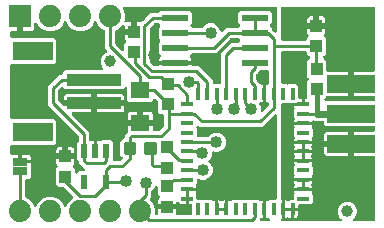
<source format=gbr>
G04 EAGLE Gerber RS-274X export*
G75*
%MOMM*%
%FSLAX34Y34*%
%LPD*%
%INTop Copper*%
%IPPOS*%
%AMOC8*
5,1,8,0,0,1.08239X$1,22.5*%
G01*
%ADD10R,1.000000X0.360000*%
%ADD11R,0.360000X1.000000*%
%ADD12R,1.000000X1.100000*%
%ADD13R,1.600000X1.400000*%
%ADD14C,0.300000*%
%ADD15R,1.879600X1.879600*%
%ADD16C,1.879600*%
%ADD17R,4.064000X1.524000*%
%ADD18R,2.209800X0.609600*%
%ADD19R,4.600000X1.000000*%
%ADD20R,3.400000X1.600000*%
%ADD21R,0.550000X1.200000*%
%ADD22R,1.270000X0.635000*%
%ADD23C,1.000000*%
%ADD24C,1.016000*%
%ADD25C,0.609600*%
%ADD26C,0.254000*%
%ADD27C,0.406400*%

G36*
X283632Y4336D02*
X283632Y4336D01*
X283771Y4349D01*
X283790Y4356D01*
X283810Y4359D01*
X283939Y4410D01*
X284070Y4457D01*
X284087Y4468D01*
X284106Y4476D01*
X284218Y4557D01*
X284333Y4635D01*
X284347Y4651D01*
X284363Y4662D01*
X284452Y4770D01*
X284544Y4874D01*
X284553Y4892D01*
X284566Y4907D01*
X284625Y5033D01*
X284688Y5157D01*
X284693Y5177D01*
X284701Y5195D01*
X284727Y5332D01*
X284758Y5467D01*
X284757Y5488D01*
X284761Y5507D01*
X284752Y5646D01*
X284748Y5785D01*
X284743Y5805D01*
X284741Y5825D01*
X284699Y5957D01*
X284660Y6091D01*
X284650Y6108D01*
X284643Y6127D01*
X284569Y6245D01*
X284498Y6365D01*
X284480Y6386D01*
X284473Y6396D01*
X284458Y6410D01*
X284392Y6485D01*
X282737Y8141D01*
X281511Y11099D01*
X281511Y14301D01*
X282737Y17259D01*
X285001Y19523D01*
X287959Y20749D01*
X291161Y20749D01*
X294119Y19523D01*
X296383Y17259D01*
X297609Y14301D01*
X297609Y11099D01*
X296383Y8141D01*
X294728Y6485D01*
X294643Y6376D01*
X294554Y6269D01*
X294546Y6250D01*
X294533Y6234D01*
X294478Y6106D01*
X294419Y5981D01*
X294415Y5961D01*
X294407Y5942D01*
X294385Y5804D01*
X294359Y5668D01*
X294360Y5648D01*
X294357Y5628D01*
X294370Y5489D01*
X294379Y5351D01*
X294385Y5332D01*
X294387Y5312D01*
X294434Y5180D01*
X294477Y5049D01*
X294488Y5031D01*
X294494Y5012D01*
X294572Y4897D01*
X294647Y4780D01*
X294662Y4766D01*
X294673Y4749D01*
X294777Y4657D01*
X294878Y4562D01*
X294896Y4552D01*
X294911Y4539D01*
X295036Y4475D01*
X295157Y4408D01*
X295177Y4403D01*
X295195Y4394D01*
X295330Y4364D01*
X295465Y4329D01*
X295493Y4327D01*
X295505Y4324D01*
X295525Y4325D01*
X295626Y4319D01*
X311912Y4319D01*
X312030Y4334D01*
X312149Y4341D01*
X312187Y4354D01*
X312228Y4359D01*
X312338Y4402D01*
X312451Y4439D01*
X312486Y4461D01*
X312523Y4476D01*
X312619Y4545D01*
X312720Y4609D01*
X312748Y4639D01*
X312781Y4662D01*
X312857Y4754D01*
X312938Y4841D01*
X312958Y4876D01*
X312983Y4907D01*
X313034Y5015D01*
X313092Y5119D01*
X313102Y5159D01*
X313119Y5195D01*
X313141Y5312D01*
X313171Y5427D01*
X313175Y5487D01*
X313179Y5507D01*
X313177Y5528D01*
X313181Y5588D01*
X313181Y58700D01*
X313166Y58818D01*
X313159Y58937D01*
X313146Y58975D01*
X313141Y59016D01*
X313098Y59126D01*
X313061Y59239D01*
X313039Y59274D01*
X313024Y59311D01*
X312955Y59407D01*
X312891Y59508D01*
X312861Y59536D01*
X312838Y59569D01*
X312746Y59645D01*
X312659Y59726D01*
X312624Y59746D01*
X312593Y59771D01*
X312485Y59822D01*
X312381Y59880D01*
X312341Y59890D01*
X312305Y59907D01*
X312188Y59929D01*
X312073Y59959D01*
X312013Y59963D01*
X311993Y59967D01*
X311972Y59965D01*
X311912Y59969D01*
X295655Y59969D01*
X295655Y68860D01*
X295640Y68978D01*
X295633Y69097D01*
X295620Y69135D01*
X295615Y69175D01*
X295572Y69286D01*
X295535Y69399D01*
X295513Y69434D01*
X295498Y69471D01*
X295428Y69567D01*
X295365Y69668D01*
X295335Y69696D01*
X295311Y69728D01*
X295220Y69804D01*
X295133Y69886D01*
X295098Y69905D01*
X295066Y69931D01*
X294959Y69982D01*
X294855Y70039D01*
X294815Y70050D01*
X294779Y70067D01*
X294662Y70089D01*
X294547Y70119D01*
X294486Y70123D01*
X294466Y70127D01*
X294446Y70125D01*
X294386Y70129D01*
X293115Y70129D01*
X293115Y70131D01*
X294386Y70131D01*
X294504Y70146D01*
X294623Y70153D01*
X294661Y70166D01*
X294701Y70171D01*
X294812Y70215D01*
X294925Y70251D01*
X294960Y70273D01*
X294997Y70288D01*
X295093Y70358D01*
X295194Y70421D01*
X295222Y70451D01*
X295254Y70475D01*
X295330Y70566D01*
X295412Y70653D01*
X295431Y70688D01*
X295457Y70720D01*
X295508Y70827D01*
X295565Y70931D01*
X295576Y70971D01*
X295593Y71007D01*
X295615Y71124D01*
X295645Y71239D01*
X295649Y71300D01*
X295653Y71320D01*
X295651Y71340D01*
X295655Y71400D01*
X295655Y80291D01*
X311912Y80291D01*
X312030Y80306D01*
X312149Y80313D01*
X312187Y80326D01*
X312228Y80331D01*
X312338Y80374D01*
X312451Y80411D01*
X312486Y80433D01*
X312523Y80448D01*
X312619Y80517D01*
X312720Y80581D01*
X312748Y80611D01*
X312781Y80634D01*
X312857Y80726D01*
X312938Y80813D01*
X312958Y80848D01*
X312983Y80879D01*
X313034Y80987D01*
X313092Y81091D01*
X313102Y81131D01*
X313119Y81167D01*
X313141Y81284D01*
X313171Y81399D01*
X313175Y81459D01*
X313179Y81479D01*
X313177Y81500D01*
X313181Y81560D01*
X313181Y83592D01*
X313166Y83710D01*
X313159Y83829D01*
X313146Y83867D01*
X313141Y83908D01*
X313098Y84018D01*
X313061Y84131D01*
X313039Y84166D01*
X313024Y84203D01*
X312955Y84299D01*
X312891Y84400D01*
X312861Y84428D01*
X312838Y84461D01*
X312746Y84537D01*
X312659Y84618D01*
X312624Y84638D01*
X312593Y84663D01*
X312485Y84714D01*
X312381Y84772D01*
X312341Y84782D01*
X312305Y84799D01*
X312188Y84821D01*
X312073Y84851D01*
X312013Y84855D01*
X311993Y84859D01*
X311972Y84857D01*
X311912Y84861D01*
X271533Y84861D01*
X269747Y86647D01*
X269747Y88164D01*
X269732Y88282D01*
X269725Y88401D01*
X269712Y88439D01*
X269707Y88480D01*
X269664Y88590D01*
X269627Y88703D01*
X269605Y88738D01*
X269590Y88775D01*
X269521Y88871D01*
X269457Y88972D01*
X269427Y89000D01*
X269404Y89033D01*
X269312Y89109D01*
X269225Y89190D01*
X269190Y89210D01*
X269159Y89235D01*
X269051Y89286D01*
X268947Y89344D01*
X268907Y89354D01*
X268871Y89371D01*
X268754Y89393D01*
X268639Y89423D01*
X268579Y89427D01*
X268559Y89431D01*
X268538Y89429D01*
X268478Y89433D01*
X262589Y89433D01*
X261496Y89886D01*
X261448Y89899D01*
X261403Y89921D01*
X261295Y89941D01*
X261189Y89970D01*
X261139Y89971D01*
X261090Y89980D01*
X260981Y89973D01*
X260871Y89975D01*
X260823Y89964D01*
X260773Y89961D01*
X260669Y89927D01*
X260562Y89901D01*
X260518Y89878D01*
X260471Y89863D01*
X260378Y89804D01*
X260281Y89752D01*
X260244Y89719D01*
X260202Y89692D01*
X260127Y89612D01*
X260045Y89538D01*
X260018Y89497D01*
X259984Y89461D01*
X259931Y89365D01*
X259871Y89273D01*
X259854Y89226D01*
X259830Y89182D01*
X259803Y89076D01*
X259767Y88972D01*
X259763Y88922D01*
X259751Y88874D01*
X259744Y88769D01*
X252200Y88769D01*
X244659Y88769D01*
X244659Y89634D01*
X244832Y90281D01*
X244885Y90372D01*
X244929Y90476D01*
X244980Y90576D01*
X244990Y90622D01*
X245009Y90666D01*
X245025Y90777D01*
X245050Y90887D01*
X245048Y90934D01*
X245055Y90980D01*
X245044Y91092D01*
X245040Y91204D01*
X245027Y91250D01*
X245022Y91297D01*
X244983Y91402D01*
X244952Y91510D01*
X244928Y91550D01*
X244911Y91595D01*
X244847Y91687D01*
X244790Y91784D01*
X244742Y91838D01*
X244730Y91856D01*
X244716Y91868D01*
X244684Y91905D01*
X244151Y92437D01*
X244151Y98563D01*
X244684Y99095D01*
X244753Y99184D01*
X244828Y99268D01*
X244850Y99309D01*
X244879Y99347D01*
X244923Y99450D01*
X244976Y99549D01*
X244986Y99595D01*
X245005Y99638D01*
X245023Y99749D01*
X245048Y99859D01*
X245047Y99906D01*
X245055Y99953D01*
X245044Y100065D01*
X245042Y100177D01*
X245030Y100222D01*
X245025Y100269D01*
X244987Y100375D01*
X244957Y100483D01*
X244925Y100548D01*
X244917Y100568D01*
X244907Y100584D01*
X244885Y100628D01*
X244832Y100719D01*
X244659Y101366D01*
X244659Y103182D01*
X244644Y103300D01*
X244637Y103419D01*
X244624Y103457D01*
X244619Y103498D01*
X244576Y103608D01*
X244539Y103721D01*
X244517Y103756D01*
X244502Y103793D01*
X244432Y103890D01*
X244369Y103990D01*
X244339Y104018D01*
X244315Y104051D01*
X244224Y104126D01*
X244137Y104208D01*
X244102Y104228D01*
X244071Y104253D01*
X243963Y104304D01*
X243859Y104362D01*
X243820Y104372D01*
X243783Y104389D01*
X243666Y104411D01*
X243551Y104441D01*
X243490Y104445D01*
X243470Y104449D01*
X243450Y104447D01*
X243390Y104451D01*
X240137Y104451D01*
X240098Y104491D01*
X240003Y104564D01*
X239914Y104643D01*
X239878Y104661D01*
X239846Y104686D01*
X239737Y104733D01*
X239631Y104787D01*
X239591Y104796D01*
X239554Y104812D01*
X239437Y104831D01*
X239321Y104857D01*
X239280Y104856D01*
X239240Y104862D01*
X239122Y104851D01*
X239003Y104847D01*
X238964Y104836D01*
X238924Y104832D01*
X238811Y104792D01*
X238697Y104759D01*
X238663Y104738D01*
X238624Y104725D01*
X238526Y104658D01*
X238423Y104597D01*
X238378Y104558D01*
X238361Y104546D01*
X238348Y104531D01*
X238303Y104491D01*
X238263Y104451D01*
X234950Y104451D01*
X234832Y104436D01*
X234713Y104429D01*
X234675Y104416D01*
X234634Y104411D01*
X234524Y104368D01*
X234411Y104331D01*
X234376Y104309D01*
X234339Y104294D01*
X234243Y104225D01*
X234142Y104161D01*
X234114Y104131D01*
X234081Y104108D01*
X234005Y104016D01*
X233924Y103929D01*
X233904Y103894D01*
X233879Y103863D01*
X233828Y103755D01*
X233770Y103651D01*
X233760Y103611D01*
X233743Y103575D01*
X233721Y103458D01*
X233691Y103343D01*
X233687Y103283D01*
X233683Y103263D01*
X233685Y103242D01*
X233681Y103182D01*
X233681Y23310D01*
X233696Y23192D01*
X233703Y23073D01*
X233716Y23035D01*
X233721Y22994D01*
X233764Y22884D01*
X233801Y22771D01*
X233823Y22736D01*
X233838Y22699D01*
X233908Y22603D01*
X233931Y22566D01*
X233931Y14500D01*
X233931Y6444D01*
X233924Y6437D01*
X233904Y6402D01*
X233879Y6371D01*
X233828Y6263D01*
X233770Y6159D01*
X233760Y6119D01*
X233743Y6083D01*
X233721Y5966D01*
X233691Y5851D01*
X233687Y5791D01*
X233683Y5771D01*
X233685Y5750D01*
X233681Y5690D01*
X233681Y5588D01*
X233696Y5470D01*
X233703Y5351D01*
X233716Y5313D01*
X233721Y5272D01*
X233764Y5162D01*
X233801Y5049D01*
X233823Y5014D01*
X233838Y4977D01*
X233908Y4881D01*
X233971Y4780D01*
X234001Y4752D01*
X234024Y4719D01*
X234116Y4643D01*
X234203Y4562D01*
X234238Y4542D01*
X234269Y4517D01*
X234377Y4466D01*
X234481Y4408D01*
X234521Y4398D01*
X234557Y4381D01*
X234674Y4359D01*
X234789Y4329D01*
X234850Y4325D01*
X234870Y4321D01*
X234890Y4323D01*
X234950Y4319D01*
X283494Y4319D01*
X283632Y4336D01*
G37*
G36*
X50879Y16617D02*
X50879Y16617D01*
X50899Y16616D01*
X51035Y16644D01*
X51172Y16668D01*
X51191Y16676D01*
X51210Y16680D01*
X51336Y16741D01*
X51462Y16798D01*
X51478Y16811D01*
X51496Y16820D01*
X51602Y16910D01*
X51710Y16997D01*
X51723Y17013D01*
X51738Y17026D01*
X51818Y17140D01*
X51902Y17251D01*
X51914Y17276D01*
X51921Y17286D01*
X51928Y17305D01*
X51973Y17395D01*
X52948Y19751D01*
X56450Y23252D01*
X56880Y23430D01*
X56923Y23455D01*
X56970Y23472D01*
X57061Y23533D01*
X57156Y23588D01*
X57192Y23622D01*
X57233Y23650D01*
X57306Y23733D01*
X57385Y23809D01*
X57411Y23851D01*
X57444Y23889D01*
X57494Y23987D01*
X57551Y24080D01*
X57566Y24128D01*
X57588Y24172D01*
X57612Y24279D01*
X57645Y24384D01*
X57647Y24434D01*
X57658Y24482D01*
X57655Y24592D01*
X57660Y24702D01*
X57650Y24750D01*
X57648Y24800D01*
X57618Y24906D01*
X57596Y25013D01*
X57574Y25058D01*
X57560Y25106D01*
X57504Y25200D01*
X57456Y25299D01*
X57424Y25337D01*
X57398Y25380D01*
X57292Y25500D01*
X49413Y33380D01*
X49335Y33440D01*
X49263Y33508D01*
X49210Y33537D01*
X49162Y33574D01*
X49071Y33614D01*
X48984Y33662D01*
X48925Y33677D01*
X48870Y33701D01*
X48772Y33716D01*
X48676Y33741D01*
X48576Y33747D01*
X48556Y33751D01*
X48543Y33749D01*
X48515Y33751D01*
X44537Y33751D01*
X42751Y35537D01*
X42751Y49063D01*
X43950Y50262D01*
X44023Y50356D01*
X44102Y50445D01*
X44120Y50481D01*
X44145Y50513D01*
X44192Y50622D01*
X44247Y50728D01*
X44255Y50768D01*
X44271Y50805D01*
X44290Y50923D01*
X44316Y51039D01*
X44315Y51079D01*
X44321Y51119D01*
X44310Y51238D01*
X44307Y51356D01*
X44295Y51395D01*
X44291Y51436D01*
X44251Y51548D01*
X44218Y51662D01*
X44198Y51697D01*
X44184Y51735D01*
X44117Y51833D01*
X44057Y51936D01*
X44017Y51981D01*
X44005Y51998D01*
X43990Y52011D01*
X43950Y52057D01*
X43767Y52240D01*
X43432Y52819D01*
X43259Y53466D01*
X43259Y56801D01*
X49570Y56801D01*
X49688Y56816D01*
X49807Y56823D01*
X49845Y56835D01*
X49885Y56841D01*
X49996Y56884D01*
X50109Y56921D01*
X50143Y56943D01*
X50181Y56958D01*
X50277Y57027D01*
X50378Y57091D01*
X50406Y57121D01*
X50438Y57144D01*
X50514Y57236D01*
X50596Y57323D01*
X50615Y57358D01*
X50641Y57389D01*
X50692Y57497D01*
X50749Y57601D01*
X50759Y57641D01*
X50777Y57677D01*
X50797Y57784D01*
X50801Y57754D01*
X50845Y57644D01*
X50881Y57531D01*
X50903Y57496D01*
X50918Y57459D01*
X50988Y57362D01*
X51051Y57262D01*
X51081Y57234D01*
X51105Y57201D01*
X51196Y57125D01*
X51283Y57044D01*
X51318Y57024D01*
X51350Y56999D01*
X51457Y56948D01*
X51562Y56890D01*
X51601Y56880D01*
X51637Y56863D01*
X51754Y56841D01*
X51870Y56811D01*
X51930Y56807D01*
X51950Y56803D01*
X51970Y56805D01*
X52030Y56801D01*
X58341Y56801D01*
X58341Y53466D01*
X58168Y52819D01*
X57833Y52240D01*
X57650Y52057D01*
X57577Y51963D01*
X57498Y51873D01*
X57480Y51837D01*
X57455Y51805D01*
X57408Y51696D01*
X57353Y51590D01*
X57345Y51551D01*
X57329Y51514D01*
X57310Y51396D01*
X57284Y51280D01*
X57285Y51239D01*
X57279Y51199D01*
X57290Y51081D01*
X57293Y50962D01*
X57305Y50923D01*
X57309Y50883D01*
X57349Y50771D01*
X57382Y50656D01*
X57402Y50622D01*
X57416Y50584D01*
X57483Y50485D01*
X57543Y50383D01*
X57583Y50337D01*
X57595Y50320D01*
X57610Y50307D01*
X57650Y50262D01*
X58849Y49063D01*
X58849Y46074D01*
X58866Y45936D01*
X58879Y45797D01*
X58886Y45778D01*
X58889Y45758D01*
X58940Y45629D01*
X58987Y45498D01*
X58998Y45481D01*
X59006Y45462D01*
X59087Y45350D01*
X59165Y45235D01*
X59181Y45221D01*
X59192Y45205D01*
X59300Y45116D01*
X59404Y45024D01*
X59422Y45015D01*
X59437Y45002D01*
X59563Y44943D01*
X59687Y44880D01*
X59707Y44875D01*
X59725Y44867D01*
X59861Y44841D01*
X59997Y44810D01*
X60018Y44811D01*
X60037Y44807D01*
X60176Y44815D01*
X60315Y44820D01*
X60335Y44825D01*
X60355Y44827D01*
X60487Y44869D01*
X60621Y44908D01*
X60638Y44918D01*
X60657Y44925D01*
X60775Y44999D01*
X60895Y45070D01*
X60916Y45088D01*
X60926Y45095D01*
X60940Y45110D01*
X61015Y45176D01*
X62687Y46848D01*
X66408Y46848D01*
X66546Y46865D01*
X66685Y46878D01*
X66704Y46885D01*
X66724Y46888D01*
X66853Y46939D01*
X66984Y46986D01*
X67001Y46997D01*
X67020Y47005D01*
X67132Y47086D01*
X67247Y47164D01*
X67261Y47180D01*
X67277Y47191D01*
X67366Y47299D01*
X67458Y47403D01*
X67467Y47421D01*
X67480Y47436D01*
X67539Y47562D01*
X67602Y47686D01*
X67607Y47706D01*
X67615Y47724D01*
X67641Y47860D01*
X67672Y47996D01*
X67671Y48017D01*
X67675Y48036D01*
X67666Y48175D01*
X67662Y48314D01*
X67657Y48334D01*
X67655Y48354D01*
X67613Y48486D01*
X67574Y48620D01*
X67564Y48637D01*
X67557Y48656D01*
X67483Y48774D01*
X67412Y48894D01*
X67394Y48915D01*
X67387Y48925D01*
X67372Y48939D01*
X67306Y49014D01*
X62381Y53939D01*
X62381Y54532D01*
X62369Y54631D01*
X62366Y54730D01*
X62349Y54788D01*
X62341Y54848D01*
X62305Y54940D01*
X62277Y55035D01*
X62247Y55087D01*
X62224Y55144D01*
X62166Y55224D01*
X62116Y55309D01*
X62050Y55384D01*
X62038Y55401D01*
X62028Y55409D01*
X62010Y55430D01*
X60901Y56538D01*
X60901Y71064D01*
X62010Y72172D01*
X62070Y72250D01*
X62138Y72322D01*
X62167Y72376D01*
X62204Y72423D01*
X62244Y72514D01*
X62292Y72601D01*
X62307Y72660D01*
X62331Y72715D01*
X62346Y72813D01*
X62371Y72909D01*
X62377Y73009D01*
X62381Y73029D01*
X62379Y73042D01*
X62381Y73070D01*
X62381Y76019D01*
X62369Y76118D01*
X62366Y76217D01*
X62349Y76275D01*
X62341Y76335D01*
X62305Y76427D01*
X62277Y76522D01*
X62247Y76574D01*
X62224Y76631D01*
X62166Y76711D01*
X62116Y76796D01*
X62050Y76871D01*
X62038Y76888D01*
X62028Y76896D01*
X62010Y76917D01*
X36321Y102605D01*
X36321Y118883D01*
X46057Y128619D01*
X47782Y128619D01*
X47900Y128634D01*
X48019Y128641D01*
X48057Y128654D01*
X48098Y128659D01*
X48208Y128702D01*
X48321Y128739D01*
X48356Y128761D01*
X48393Y128776D01*
X48489Y128845D01*
X48590Y128909D01*
X48618Y128939D01*
X48651Y128962D01*
X48727Y129054D01*
X48808Y129141D01*
X48828Y129176D01*
X48853Y129207D01*
X48904Y129315D01*
X48962Y129419D01*
X48972Y129459D01*
X48989Y129495D01*
X49011Y129612D01*
X49041Y129727D01*
X49045Y129787D01*
X49049Y129807D01*
X49047Y129828D01*
X49051Y129888D01*
X49051Y130563D01*
X50837Y132349D01*
X81804Y132349D01*
X81942Y132366D01*
X82081Y132379D01*
X82100Y132386D01*
X82120Y132389D01*
X82249Y132440D01*
X82380Y132487D01*
X82397Y132498D01*
X82416Y132506D01*
X82528Y132587D01*
X82643Y132665D01*
X82657Y132681D01*
X82673Y132692D01*
X82762Y132800D01*
X82854Y132904D01*
X82863Y132922D01*
X82876Y132937D01*
X82935Y133063D01*
X82998Y133187D01*
X83003Y133207D01*
X83011Y133225D01*
X83037Y133362D01*
X83068Y133497D01*
X83067Y133518D01*
X83071Y133537D01*
X83062Y133676D01*
X83058Y133815D01*
X83053Y133835D01*
X83051Y133855D01*
X83009Y133987D01*
X82970Y134121D01*
X82960Y134138D01*
X82953Y134157D01*
X82879Y134275D01*
X82808Y134395D01*
X82790Y134416D01*
X82783Y134426D01*
X82768Y134440D01*
X82702Y134515D01*
X82077Y135141D01*
X80851Y138099D01*
X80851Y141301D01*
X82077Y144259D01*
X84341Y146523D01*
X85646Y147064D01*
X85689Y147089D01*
X85736Y147106D01*
X85827Y147167D01*
X85923Y147222D01*
X85958Y147256D01*
X85999Y147284D01*
X86072Y147367D01*
X86151Y147443D01*
X86177Y147485D01*
X86210Y147523D01*
X86260Y147621D01*
X86317Y147714D01*
X86332Y147762D01*
X86354Y147806D01*
X86379Y147913D01*
X86411Y148018D01*
X86413Y148068D01*
X86424Y148116D01*
X86421Y148226D01*
X86426Y148336D01*
X86416Y148384D01*
X86414Y148434D01*
X86384Y148539D01*
X86362Y148647D01*
X86340Y148692D01*
X86326Y148740D01*
X86270Y148834D01*
X86222Y148933D01*
X86190Y148971D01*
X86164Y149013D01*
X86058Y149134D01*
X84581Y150611D01*
X84581Y165269D01*
X84578Y165298D01*
X84580Y165327D01*
X84558Y165455D01*
X84541Y165584D01*
X84531Y165611D01*
X84526Y165641D01*
X84472Y165759D01*
X84424Y165880D01*
X84407Y165904D01*
X84395Y165931D01*
X84314Y166032D01*
X84238Y166137D01*
X84215Y166156D01*
X84196Y166179D01*
X84093Y166257D01*
X83993Y166340D01*
X83966Y166353D01*
X83942Y166370D01*
X83798Y166441D01*
X81850Y167248D01*
X78348Y170750D01*
X77373Y173105D01*
X77304Y173225D01*
X77239Y173348D01*
X77225Y173363D01*
X77215Y173381D01*
X77119Y173480D01*
X77025Y173584D01*
X77008Y173595D01*
X76994Y173609D01*
X76876Y173682D01*
X76759Y173758D01*
X76740Y173765D01*
X76723Y173776D01*
X76590Y173816D01*
X76458Y173862D01*
X76438Y173863D01*
X76419Y173869D01*
X76280Y173876D01*
X76141Y173887D01*
X76121Y173883D01*
X76101Y173884D01*
X75965Y173856D01*
X75828Y173832D01*
X75809Y173824D01*
X75790Y173820D01*
X75665Y173759D01*
X75538Y173702D01*
X75522Y173689D01*
X75504Y173680D01*
X75398Y173590D01*
X75290Y173503D01*
X75277Y173487D01*
X75262Y173474D01*
X75182Y173360D01*
X75098Y173249D01*
X75086Y173224D01*
X75079Y173214D01*
X75072Y173195D01*
X75027Y173105D01*
X74052Y170750D01*
X70550Y167248D01*
X65976Y165353D01*
X61024Y165353D01*
X56450Y167248D01*
X52948Y170750D01*
X51973Y173105D01*
X51904Y173225D01*
X51839Y173348D01*
X51825Y173363D01*
X51815Y173381D01*
X51718Y173481D01*
X51625Y173584D01*
X51608Y173595D01*
X51594Y173609D01*
X51475Y173682D01*
X51359Y173758D01*
X51340Y173765D01*
X51323Y173776D01*
X51190Y173816D01*
X51058Y173862D01*
X51038Y173863D01*
X51019Y173869D01*
X50880Y173876D01*
X50741Y173887D01*
X50721Y173883D01*
X50701Y173884D01*
X50565Y173856D01*
X50428Y173832D01*
X50409Y173824D01*
X50390Y173820D01*
X50264Y173759D01*
X50138Y173702D01*
X50122Y173689D01*
X50104Y173680D01*
X49998Y173590D01*
X49890Y173503D01*
X49877Y173487D01*
X49862Y173474D01*
X49782Y173360D01*
X49698Y173249D01*
X49686Y173224D01*
X49679Y173214D01*
X49672Y173195D01*
X49627Y173105D01*
X48652Y170750D01*
X45150Y167248D01*
X40576Y165353D01*
X35624Y165353D01*
X31050Y167248D01*
X27548Y170750D01*
X27081Y171878D01*
X27046Y171939D01*
X27020Y172004D01*
X26968Y172076D01*
X26923Y172155D01*
X26875Y172205D01*
X26834Y172261D01*
X26764Y172318D01*
X26702Y172383D01*
X26642Y172419D01*
X26589Y172464D01*
X26507Y172502D01*
X26431Y172549D01*
X26364Y172570D01*
X26301Y172599D01*
X26213Y172616D01*
X26127Y172643D01*
X26057Y172646D01*
X25988Y172659D01*
X25899Y172654D01*
X25809Y172658D01*
X25741Y172644D01*
X25671Y172639D01*
X25586Y172612D01*
X25498Y172594D01*
X25435Y172563D01*
X25369Y172541D01*
X25293Y172493D01*
X25212Y172454D01*
X25159Y172409D01*
X25100Y172371D01*
X25038Y172306D01*
X24970Y172248D01*
X24930Y172191D01*
X24882Y172140D01*
X24839Y172061D01*
X24787Y171988D01*
X24762Y171922D01*
X24728Y171861D01*
X24706Y171774D01*
X24674Y171690D01*
X24666Y171621D01*
X24649Y171553D01*
X24639Y171393D01*
X24639Y168068D01*
X24466Y167421D01*
X24131Y166842D01*
X23658Y166369D01*
X23079Y166034D01*
X22432Y165861D01*
X15239Y165861D01*
X15239Y176530D01*
X15224Y176648D01*
X15217Y176767D01*
X15204Y176805D01*
X15199Y176845D01*
X15156Y176956D01*
X15119Y177069D01*
X15097Y177103D01*
X15082Y177141D01*
X15012Y177237D01*
X14949Y177338D01*
X14919Y177366D01*
X14895Y177398D01*
X14804Y177474D01*
X14717Y177556D01*
X14682Y177575D01*
X14651Y177601D01*
X14543Y177652D01*
X14439Y177709D01*
X14399Y177720D01*
X14363Y177737D01*
X14246Y177759D01*
X14131Y177789D01*
X14070Y177793D01*
X14050Y177797D01*
X14030Y177795D01*
X13970Y177799D01*
X11430Y177799D01*
X11312Y177784D01*
X11193Y177777D01*
X11155Y177764D01*
X11114Y177759D01*
X11004Y177715D01*
X10891Y177679D01*
X10856Y177657D01*
X10819Y177642D01*
X10723Y177572D01*
X10622Y177509D01*
X10594Y177479D01*
X10561Y177455D01*
X10486Y177364D01*
X10404Y177277D01*
X10384Y177242D01*
X10359Y177210D01*
X10308Y177103D01*
X10250Y176998D01*
X10240Y176959D01*
X10223Y176923D01*
X10201Y176806D01*
X10171Y176691D01*
X10167Y176630D01*
X10163Y176610D01*
X10165Y176590D01*
X10161Y176530D01*
X10161Y165861D01*
X5588Y165861D01*
X5470Y165846D01*
X5351Y165839D01*
X5313Y165826D01*
X5272Y165821D01*
X5162Y165778D01*
X5049Y165741D01*
X5014Y165719D01*
X4977Y165704D01*
X4881Y165635D01*
X4780Y165571D01*
X4752Y165541D01*
X4719Y165518D01*
X4643Y165426D01*
X4562Y165339D01*
X4542Y165304D01*
X4517Y165273D01*
X4466Y165165D01*
X4408Y165061D01*
X4398Y165021D01*
X4381Y164985D01*
X4359Y164868D01*
X4329Y164753D01*
X4325Y164693D01*
X4321Y164673D01*
X4323Y164652D01*
X4319Y164592D01*
X4319Y160618D01*
X4334Y160500D01*
X4341Y160381D01*
X4354Y160343D01*
X4359Y160302D01*
X4402Y160192D01*
X4439Y160079D01*
X4461Y160044D01*
X4476Y160007D01*
X4545Y159911D01*
X4609Y159810D01*
X4639Y159782D01*
X4662Y159749D01*
X4754Y159673D01*
X4841Y159592D01*
X4876Y159572D01*
X4907Y159547D01*
X5015Y159496D01*
X5119Y159438D01*
X5159Y159428D01*
X5195Y159411D01*
X5312Y159389D01*
X5427Y159359D01*
X5487Y159355D01*
X5507Y159351D01*
X5528Y159353D01*
X5588Y159349D01*
X41363Y159349D01*
X43149Y157563D01*
X43149Y139037D01*
X41363Y137251D01*
X5588Y137251D01*
X5470Y137236D01*
X5351Y137229D01*
X5313Y137216D01*
X5272Y137211D01*
X5162Y137168D01*
X5049Y137131D01*
X5014Y137109D01*
X4977Y137094D01*
X4881Y137025D01*
X4780Y136961D01*
X4752Y136931D01*
X4719Y136908D01*
X4643Y136816D01*
X4562Y136729D01*
X4542Y136694D01*
X4517Y136663D01*
X4466Y136555D01*
X4408Y136451D01*
X4398Y136411D01*
X4381Y136375D01*
X4359Y136258D01*
X4329Y136143D01*
X4325Y136083D01*
X4321Y136063D01*
X4323Y136042D01*
X4319Y135982D01*
X4319Y92618D01*
X4334Y92500D01*
X4341Y92381D01*
X4354Y92343D01*
X4359Y92302D01*
X4402Y92192D01*
X4439Y92079D01*
X4461Y92044D01*
X4476Y92007D01*
X4545Y91911D01*
X4609Y91810D01*
X4639Y91782D01*
X4662Y91749D01*
X4754Y91673D01*
X4841Y91592D01*
X4876Y91572D01*
X4907Y91547D01*
X5015Y91496D01*
X5119Y91438D01*
X5159Y91428D01*
X5195Y91411D01*
X5312Y91389D01*
X5427Y91359D01*
X5487Y91355D01*
X5507Y91351D01*
X5528Y91353D01*
X5588Y91349D01*
X41363Y91349D01*
X43149Y89563D01*
X43149Y71037D01*
X41363Y69251D01*
X5588Y69251D01*
X5470Y69236D01*
X5351Y69229D01*
X5313Y69216D01*
X5272Y69211D01*
X5162Y69168D01*
X5049Y69131D01*
X5014Y69109D01*
X4977Y69094D01*
X4881Y69025D01*
X4780Y68961D01*
X4752Y68931D01*
X4719Y68908D01*
X4643Y68816D01*
X4562Y68729D01*
X4542Y68694D01*
X4517Y68663D01*
X4466Y68555D01*
X4408Y68451D01*
X4398Y68411D01*
X4381Y68375D01*
X4359Y68258D01*
X4329Y68143D01*
X4325Y68083D01*
X4321Y68063D01*
X4323Y68042D01*
X4319Y67982D01*
X4319Y61834D01*
X4334Y61709D01*
X4344Y61584D01*
X4354Y61552D01*
X4359Y61519D01*
X4405Y61402D01*
X4445Y61282D01*
X4463Y61254D01*
X4476Y61223D01*
X4549Y61121D01*
X4618Y61016D01*
X4643Y60993D01*
X4662Y60966D01*
X4759Y60885D01*
X4852Y60800D01*
X4881Y60784D01*
X4907Y60763D01*
X5021Y60709D01*
X5132Y60650D01*
X5165Y60642D01*
X5195Y60627D01*
X5318Y60604D01*
X5441Y60573D01*
X5474Y60574D01*
X5507Y60567D01*
X5633Y60575D01*
X5759Y60576D01*
X5807Y60586D01*
X5825Y60587D01*
X5845Y60594D01*
X5917Y60608D01*
X6016Y60635D01*
X11113Y60635D01*
X11113Y55237D01*
X11128Y55118D01*
X11136Y55000D01*
X11148Y54961D01*
X11153Y54921D01*
X11197Y54810D01*
X11234Y54697D01*
X11255Y54663D01*
X11270Y54625D01*
X11340Y54529D01*
X11404Y54429D01*
X11433Y54401D01*
X11457Y54368D01*
X11549Y54292D01*
X11635Y54211D01*
X11671Y54191D01*
X11702Y54165D01*
X11810Y54115D01*
X11861Y54086D01*
X11869Y54062D01*
X11890Y54028D01*
X11905Y53990D01*
X11975Y53894D01*
X12039Y53793D01*
X12068Y53766D01*
X12092Y53733D01*
X12184Y53657D01*
X12271Y53575D01*
X12306Y53556D01*
X12337Y53530D01*
X12445Y53479D01*
X12549Y53422D01*
X12588Y53412D01*
X12625Y53395D01*
X12742Y53372D01*
X12857Y53342D01*
X12917Y53339D01*
X12937Y53335D01*
X12958Y53336D01*
X13018Y53332D01*
X21591Y53332D01*
X21591Y52153D01*
X21603Y52054D01*
X21606Y51955D01*
X21623Y51897D01*
X21631Y51837D01*
X21667Y51745D01*
X21695Y51650D01*
X21725Y51598D01*
X21748Y51541D01*
X21806Y51461D01*
X21856Y51376D01*
X21922Y51301D01*
X21934Y51284D01*
X21944Y51276D01*
X21962Y51255D01*
X22099Y51119D01*
X22099Y42243D01*
X20313Y40457D01*
X18288Y40457D01*
X18170Y40442D01*
X18051Y40435D01*
X18013Y40422D01*
X17972Y40417D01*
X17862Y40374D01*
X17749Y40337D01*
X17714Y40315D01*
X17677Y40300D01*
X17581Y40231D01*
X17480Y40167D01*
X17452Y40137D01*
X17419Y40114D01*
X17343Y40022D01*
X17262Y39935D01*
X17242Y39900D01*
X17217Y39869D01*
X17166Y39761D01*
X17108Y39657D01*
X17098Y39617D01*
X17081Y39581D01*
X17059Y39464D01*
X17029Y39349D01*
X17025Y39289D01*
X17021Y39269D01*
X17023Y39248D01*
X17019Y39188D01*
X17019Y25231D01*
X17022Y25202D01*
X17020Y25173D01*
X17042Y25045D01*
X17059Y24916D01*
X17069Y24889D01*
X17074Y24859D01*
X17128Y24741D01*
X17176Y24620D01*
X17193Y24596D01*
X17205Y24569D01*
X17286Y24468D01*
X17362Y24363D01*
X17385Y24344D01*
X17404Y24321D01*
X17507Y24243D01*
X17607Y24160D01*
X17634Y24147D01*
X17658Y24130D01*
X17802Y24059D01*
X19750Y23252D01*
X23252Y19750D01*
X24227Y17395D01*
X24296Y17275D01*
X24361Y17152D01*
X24375Y17137D01*
X24385Y17119D01*
X24482Y17019D01*
X24575Y16916D01*
X24592Y16905D01*
X24606Y16891D01*
X24725Y16818D01*
X24841Y16742D01*
X24860Y16735D01*
X24877Y16724D01*
X25010Y16683D01*
X25142Y16638D01*
X25162Y16637D01*
X25181Y16631D01*
X25320Y16624D01*
X25459Y16613D01*
X25479Y16617D01*
X25499Y16616D01*
X25635Y16644D01*
X25772Y16668D01*
X25791Y16676D01*
X25810Y16680D01*
X25936Y16741D01*
X26062Y16798D01*
X26078Y16811D01*
X26096Y16820D01*
X26202Y16910D01*
X26310Y16997D01*
X26323Y17013D01*
X26338Y17026D01*
X26418Y17140D01*
X26502Y17251D01*
X26514Y17276D01*
X26521Y17286D01*
X26528Y17305D01*
X26573Y17395D01*
X27548Y19751D01*
X31050Y23252D01*
X35624Y25147D01*
X40576Y25147D01*
X45150Y23252D01*
X48652Y19750D01*
X49627Y17395D01*
X49696Y17275D01*
X49761Y17152D01*
X49775Y17137D01*
X49785Y17119D01*
X49882Y17019D01*
X49975Y16916D01*
X49992Y16905D01*
X50006Y16891D01*
X50125Y16818D01*
X50241Y16742D01*
X50260Y16735D01*
X50277Y16724D01*
X50410Y16683D01*
X50542Y16638D01*
X50562Y16637D01*
X50581Y16631D01*
X50720Y16624D01*
X50859Y16613D01*
X50879Y16617D01*
G37*
G36*
X223343Y4336D02*
X223343Y4336D01*
X223482Y4349D01*
X223501Y4356D01*
X223521Y4359D01*
X223650Y4410D01*
X223781Y4457D01*
X223798Y4468D01*
X223817Y4476D01*
X223929Y4557D01*
X224044Y4635D01*
X224058Y4651D01*
X224074Y4662D01*
X224163Y4770D01*
X224255Y4874D01*
X224264Y4892D01*
X224277Y4907D01*
X224336Y5033D01*
X224399Y5157D01*
X224404Y5177D01*
X224412Y5195D01*
X224438Y5331D01*
X224469Y5467D01*
X224468Y5488D01*
X224472Y5507D01*
X224464Y5646D01*
X224459Y5785D01*
X224454Y5805D01*
X224452Y5825D01*
X224410Y5957D01*
X224371Y6091D01*
X224361Y6108D01*
X224354Y6127D01*
X224280Y6245D01*
X224209Y6365D01*
X224191Y6386D01*
X224184Y6396D01*
X224169Y6410D01*
X224103Y6486D01*
X223605Y6984D01*
X223516Y7053D01*
X223432Y7128D01*
X223391Y7150D01*
X223353Y7179D01*
X223250Y7223D01*
X223151Y7276D01*
X223105Y7286D01*
X223062Y7305D01*
X222950Y7323D01*
X222841Y7348D01*
X222794Y7347D01*
X222747Y7355D01*
X222635Y7344D01*
X222523Y7342D01*
X222478Y7329D01*
X222431Y7325D01*
X222325Y7287D01*
X222217Y7257D01*
X222152Y7225D01*
X222132Y7217D01*
X222117Y7207D01*
X222072Y7185D01*
X221981Y7132D01*
X221334Y6959D01*
X220469Y6959D01*
X220469Y14500D01*
X220469Y22041D01*
X221334Y22041D01*
X221981Y21868D01*
X222072Y21815D01*
X222176Y21771D01*
X222276Y21720D01*
X222322Y21710D01*
X222366Y21691D01*
X222477Y21675D01*
X222587Y21650D01*
X222634Y21652D01*
X222680Y21645D01*
X222792Y21656D01*
X222904Y21660D01*
X222950Y21673D01*
X222997Y21678D01*
X223102Y21717D01*
X223210Y21748D01*
X223250Y21772D01*
X223295Y21789D01*
X223387Y21853D01*
X223484Y21910D01*
X223538Y21958D01*
X223556Y21970D01*
X223568Y21984D01*
X223605Y22016D01*
X224137Y22549D01*
X228600Y22549D01*
X228718Y22564D01*
X228837Y22571D01*
X228875Y22584D01*
X228916Y22589D01*
X229026Y22632D01*
X229139Y22669D01*
X229174Y22691D01*
X229211Y22706D01*
X229307Y22775D01*
X229408Y22839D01*
X229436Y22869D01*
X229469Y22892D01*
X229545Y22984D01*
X229626Y23071D01*
X229646Y23106D01*
X229671Y23137D01*
X229722Y23245D01*
X229780Y23349D01*
X229790Y23389D01*
X229807Y23425D01*
X229829Y23542D01*
X229859Y23657D01*
X229863Y23717D01*
X229867Y23737D01*
X229865Y23758D01*
X229869Y23818D01*
X229869Y93697D01*
X229852Y93834D01*
X229839Y93974D01*
X229832Y93993D01*
X229829Y94013D01*
X229778Y94142D01*
X229731Y94273D01*
X229720Y94290D01*
X229712Y94309D01*
X229631Y94421D01*
X229553Y94536D01*
X229537Y94550D01*
X229526Y94566D01*
X229418Y94655D01*
X229314Y94747D01*
X229296Y94756D01*
X229281Y94769D01*
X229155Y94828D01*
X229031Y94891D01*
X229011Y94896D01*
X228993Y94904D01*
X228857Y94930D01*
X228721Y94961D01*
X228700Y94960D01*
X228681Y94964D01*
X228542Y94955D01*
X228403Y94951D01*
X228383Y94946D01*
X228363Y94944D01*
X228231Y94902D01*
X228097Y94863D01*
X228080Y94853D01*
X228061Y94846D01*
X227943Y94772D01*
X227823Y94701D01*
X227802Y94683D01*
X227792Y94676D01*
X227778Y94661D01*
X227703Y94595D01*
X217689Y84581D01*
X164581Y84581D01*
X164384Y84778D01*
X164290Y84851D01*
X164201Y84930D01*
X164165Y84948D01*
X164133Y84973D01*
X164024Y85020D01*
X163918Y85074D01*
X163878Y85083D01*
X163841Y85099D01*
X163724Y85118D01*
X163608Y85144D01*
X163567Y85143D01*
X163527Y85149D01*
X163409Y85138D01*
X163290Y85134D01*
X163251Y85123D01*
X163211Y85119D01*
X163098Y85079D01*
X162984Y85046D01*
X162949Y85025D01*
X162911Y85012D01*
X162813Y84945D01*
X162710Y84884D01*
X162665Y84844D01*
X162648Y84833D01*
X162635Y84818D01*
X162589Y84778D01*
X162209Y84398D01*
X162136Y84303D01*
X162057Y84214D01*
X162039Y84178D01*
X162014Y84146D01*
X161967Y84037D01*
X161913Y83931D01*
X161904Y83892D01*
X161888Y83854D01*
X161869Y83737D01*
X161843Y83621D01*
X161844Y83580D01*
X161838Y83540D01*
X161849Y83422D01*
X161853Y83303D01*
X161864Y83264D01*
X161868Y83224D01*
X161908Y83111D01*
X161941Y82997D01*
X161962Y82963D01*
X161975Y82924D01*
X162042Y82826D01*
X162103Y82723D01*
X162143Y82678D01*
X162154Y82661D01*
X162169Y82648D01*
X162209Y82603D01*
X162249Y82563D01*
X162249Y77088D01*
X162264Y76970D01*
X162271Y76851D01*
X162284Y76813D01*
X162289Y76772D01*
X162332Y76662D01*
X162369Y76549D01*
X162391Y76514D01*
X162406Y76477D01*
X162475Y76381D01*
X162539Y76280D01*
X162569Y76252D01*
X162592Y76219D01*
X162684Y76143D01*
X162771Y76062D01*
X162806Y76042D01*
X162837Y76017D01*
X162945Y75966D01*
X163049Y75908D01*
X163089Y75898D01*
X163125Y75881D01*
X163242Y75859D01*
X163357Y75829D01*
X163417Y75825D01*
X163437Y75821D01*
X163458Y75823D01*
X163518Y75819D01*
X171239Y75819D01*
X171337Y75831D01*
X171436Y75834D01*
X171495Y75851D01*
X171555Y75859D01*
X171647Y75895D01*
X171742Y75923D01*
X171794Y75953D01*
X171850Y75976D01*
X171930Y76034D01*
X172016Y76084D01*
X172091Y76150D01*
X172108Y76162D01*
X172116Y76172D01*
X172137Y76190D01*
X174211Y78265D01*
X177199Y79503D01*
X180433Y79503D01*
X183421Y78265D01*
X185707Y75979D01*
X186945Y72991D01*
X186945Y69757D01*
X185707Y66769D01*
X183421Y64483D01*
X180433Y63245D01*
X177199Y63245D01*
X176762Y63426D01*
X176714Y63440D01*
X176669Y63461D01*
X176561Y63481D01*
X176455Y63510D01*
X176405Y63511D01*
X176356Y63520D01*
X176247Y63514D01*
X176137Y63515D01*
X176089Y63504D01*
X176039Y63501D01*
X175935Y63467D01*
X175828Y63441D01*
X175784Y63418D01*
X175737Y63403D01*
X175644Y63344D01*
X175547Y63293D01*
X175510Y63259D01*
X175468Y63233D01*
X175393Y63152D01*
X175311Y63079D01*
X175284Y63037D01*
X175250Y63001D01*
X175197Y62905D01*
X175137Y62813D01*
X175120Y62766D01*
X175096Y62722D01*
X175069Y62616D01*
X175033Y62512D01*
X175029Y62463D01*
X175017Y62414D01*
X175007Y62254D01*
X175007Y60359D01*
X173769Y57371D01*
X172413Y56016D01*
X172340Y55921D01*
X172262Y55832D01*
X172243Y55796D01*
X172218Y55764D01*
X172171Y55655D01*
X172117Y55549D01*
X172108Y55510D01*
X172092Y55472D01*
X172073Y55355D01*
X172047Y55239D01*
X172048Y55198D01*
X172042Y55158D01*
X172053Y55040D01*
X172057Y54921D01*
X172068Y54882D01*
X172072Y54842D01*
X172112Y54729D01*
X172145Y54615D01*
X172166Y54581D01*
X172180Y54542D01*
X172246Y54444D01*
X172307Y54341D01*
X172347Y54296D01*
X172358Y54279D01*
X172373Y54266D01*
X172413Y54221D01*
X174277Y52357D01*
X175515Y49369D01*
X175515Y46135D01*
X174277Y43147D01*
X171991Y40861D01*
X169003Y39623D01*
X165769Y39623D01*
X164004Y40355D01*
X163956Y40368D01*
X163911Y40389D01*
X163803Y40409D01*
X163697Y40438D01*
X163647Y40439D01*
X163598Y40449D01*
X163489Y40442D01*
X163379Y40444D01*
X163331Y40432D01*
X163281Y40429D01*
X163177Y40395D01*
X163070Y40369D01*
X163026Y40346D01*
X162979Y40331D01*
X162886Y40272D01*
X162789Y40221D01*
X162752Y40187D01*
X162710Y40161D01*
X162635Y40081D01*
X162553Y40007D01*
X162526Y39965D01*
X162492Y39929D01*
X162439Y39833D01*
X162379Y39741D01*
X162362Y39694D01*
X162338Y39651D01*
X162311Y39544D01*
X162275Y39440D01*
X162271Y39391D01*
X162259Y39343D01*
X162249Y39182D01*
X162249Y36437D01*
X161716Y35905D01*
X161647Y35816D01*
X161572Y35732D01*
X161550Y35691D01*
X161521Y35653D01*
X161477Y35550D01*
X161424Y35451D01*
X161414Y35405D01*
X161395Y35362D01*
X161377Y35250D01*
X161352Y35141D01*
X161353Y35094D01*
X161345Y35047D01*
X161356Y34935D01*
X161358Y34823D01*
X161370Y34778D01*
X161375Y34731D01*
X161413Y34625D01*
X161443Y34517D01*
X161475Y34452D01*
X161483Y34432D01*
X161493Y34416D01*
X161515Y34372D01*
X161568Y34281D01*
X161741Y33634D01*
X161741Y32769D01*
X154200Y32769D01*
X154082Y32754D01*
X153963Y32747D01*
X153925Y32735D01*
X153885Y32730D01*
X153774Y32686D01*
X153661Y32649D01*
X153627Y32627D01*
X153589Y32613D01*
X153493Y32543D01*
X153392Y32479D01*
X153392Y32478D01*
X153364Y32449D01*
X153332Y32426D01*
X153332Y32425D01*
X153331Y32425D01*
X153255Y32333D01*
X153174Y32247D01*
X153154Y32211D01*
X153128Y32180D01*
X153078Y32073D01*
X153020Y31968D01*
X153010Y31929D01*
X152993Y31893D01*
X152971Y31776D01*
X152941Y31660D01*
X152937Y31600D01*
X152933Y31580D01*
X152934Y31560D01*
X152931Y31500D01*
X152931Y23500D01*
X152931Y19159D01*
X148866Y19159D01*
X148219Y19332D01*
X147640Y19667D01*
X147167Y20140D01*
X147069Y20309D01*
X146981Y20426D01*
X146896Y20543D01*
X146885Y20552D01*
X146877Y20563D01*
X146763Y20653D01*
X146651Y20746D01*
X146638Y20752D01*
X146628Y20760D01*
X146494Y20820D01*
X146363Y20882D01*
X146350Y20884D01*
X146337Y20890D01*
X146193Y20914D01*
X146050Y20941D01*
X146037Y20940D01*
X146024Y20943D01*
X145878Y20931D01*
X145733Y20922D01*
X145720Y20917D01*
X145707Y20916D01*
X145569Y20868D01*
X145431Y20824D01*
X145419Y20816D01*
X145406Y20812D01*
X145285Y20731D01*
X145162Y20653D01*
X145153Y20644D01*
X145141Y20636D01*
X145044Y20528D01*
X144944Y20422D01*
X144937Y20410D01*
X144928Y20400D01*
X144861Y20271D01*
X144790Y20143D01*
X144787Y20130D01*
X144781Y20118D01*
X144747Y19976D01*
X144711Y19835D01*
X144710Y19817D01*
X144708Y19809D01*
X144708Y19792D01*
X144701Y19675D01*
X144701Y19399D01*
X138390Y19399D01*
X138272Y19384D01*
X138153Y19377D01*
X138115Y19364D01*
X138075Y19359D01*
X137964Y19316D01*
X137851Y19279D01*
X137817Y19257D01*
X137779Y19242D01*
X137683Y19173D01*
X137582Y19109D01*
X137554Y19079D01*
X137522Y19056D01*
X137446Y18964D01*
X137364Y18877D01*
X137345Y18842D01*
X137319Y18811D01*
X137268Y18703D01*
X137211Y18599D01*
X137201Y18559D01*
X137183Y18523D01*
X137163Y18416D01*
X137159Y18446D01*
X137115Y18556D01*
X137079Y18669D01*
X137057Y18704D01*
X137042Y18741D01*
X136972Y18837D01*
X136909Y18938D01*
X136879Y18966D01*
X136855Y18999D01*
X136764Y19075D01*
X136677Y19156D01*
X136642Y19176D01*
X136610Y19201D01*
X136503Y19252D01*
X136398Y19310D01*
X136359Y19320D01*
X136323Y19337D01*
X136206Y19359D01*
X136090Y19389D01*
X136030Y19393D01*
X136010Y19397D01*
X135990Y19395D01*
X135930Y19399D01*
X129619Y19399D01*
X129619Y22734D01*
X129792Y23381D01*
X130127Y23960D01*
X130310Y24143D01*
X130383Y24237D01*
X130462Y24327D01*
X130480Y24363D01*
X130505Y24394D01*
X130552Y24504D01*
X130607Y24610D01*
X130615Y24649D01*
X130631Y24686D01*
X130650Y24804D01*
X130676Y24920D01*
X130675Y24961D01*
X130681Y25000D01*
X130670Y25119D01*
X130667Y25238D01*
X130655Y25277D01*
X130651Y25317D01*
X130611Y25429D01*
X130578Y25543D01*
X130558Y25578D01*
X130544Y25616D01*
X130477Y25715D01*
X130417Y25817D01*
X130377Y25863D01*
X130365Y25879D01*
X130350Y25893D01*
X130310Y25938D01*
X129111Y27137D01*
X129111Y33010D01*
X129103Y33079D01*
X129104Y33149D01*
X129083Y33236D01*
X129071Y33326D01*
X129046Y33390D01*
X129029Y33458D01*
X128987Y33538D01*
X128954Y33621D01*
X128913Y33678D01*
X128881Y33739D01*
X128820Y33806D01*
X128768Y33879D01*
X128714Y33923D01*
X128667Y33975D01*
X128592Y34024D01*
X128523Y34081D01*
X128459Y34111D01*
X128401Y34149D01*
X128316Y34179D01*
X128235Y34217D01*
X128166Y34230D01*
X128100Y34253D01*
X128011Y34260D01*
X127923Y34277D01*
X127853Y34272D01*
X127783Y34278D01*
X127695Y34263D01*
X127605Y34257D01*
X127539Y34235D01*
X127470Y34224D01*
X127388Y34187D01*
X127303Y34159D01*
X127244Y34122D01*
X127180Y34093D01*
X127110Y34037D01*
X127034Y33989D01*
X126986Y33938D01*
X126932Y33894D01*
X126877Y33823D01*
X126816Y33757D01*
X126782Y33696D01*
X126740Y33640D01*
X126669Y33496D01*
X126271Y32534D01*
X124070Y30334D01*
X124010Y30255D01*
X123942Y30183D01*
X123913Y30130D01*
X123876Y30082D01*
X123836Y29991D01*
X123788Y29905D01*
X123773Y29846D01*
X123749Y29791D01*
X123734Y29693D01*
X123709Y29597D01*
X123703Y29497D01*
X123699Y29476D01*
X123701Y29464D01*
X123699Y29436D01*
X123699Y24881D01*
X122607Y23790D01*
X122534Y23696D01*
X122456Y23607D01*
X122437Y23570D01*
X122413Y23539D01*
X122365Y23429D01*
X122311Y23323D01*
X122302Y23284D01*
X122286Y23247D01*
X122267Y23129D01*
X122241Y23013D01*
X122243Y22973D01*
X122236Y22933D01*
X122248Y22814D01*
X122251Y22695D01*
X122262Y22656D01*
X122266Y22616D01*
X122306Y22504D01*
X122340Y22390D01*
X122360Y22355D01*
X122374Y22317D01*
X122441Y22218D01*
X122501Y22116D01*
X122541Y22071D01*
X122552Y22054D01*
X122568Y22040D01*
X122607Y21995D01*
X124852Y19750D01*
X126747Y15176D01*
X126747Y10668D01*
X126762Y10550D01*
X126769Y10431D01*
X126782Y10393D01*
X126787Y10352D01*
X126830Y10242D01*
X126867Y10129D01*
X126889Y10094D01*
X126904Y10057D01*
X126973Y9961D01*
X127037Y9860D01*
X127067Y9832D01*
X127090Y9799D01*
X127182Y9723D01*
X127269Y9642D01*
X127304Y9622D01*
X127335Y9597D01*
X127443Y9546D01*
X127547Y9488D01*
X127587Y9478D01*
X127623Y9461D01*
X127740Y9439D01*
X127855Y9409D01*
X127915Y9405D01*
X127935Y9401D01*
X127956Y9403D01*
X128016Y9399D01*
X128412Y9399D01*
X128537Y9415D01*
X128662Y9424D01*
X128694Y9434D01*
X128727Y9439D01*
X128844Y9485D01*
X128963Y9525D01*
X128992Y9543D01*
X129023Y9556D01*
X129125Y9629D01*
X129230Y9698D01*
X129253Y9723D01*
X129280Y9742D01*
X129361Y9839D01*
X129446Y9932D01*
X129462Y9961D01*
X129483Y9987D01*
X129537Y10101D01*
X129596Y10212D01*
X129604Y10245D01*
X129619Y10275D01*
X129642Y10398D01*
X129672Y10521D01*
X129672Y10554D01*
X129678Y10587D01*
X129671Y10713D01*
X129669Y10839D01*
X129660Y10887D01*
X129659Y10905D01*
X129652Y10925D01*
X129638Y10997D01*
X129619Y11065D01*
X129619Y14401D01*
X135930Y14401D01*
X136048Y14416D01*
X136167Y14423D01*
X136205Y14435D01*
X136245Y14441D01*
X136356Y14484D01*
X136469Y14521D01*
X136503Y14543D01*
X136541Y14558D01*
X136637Y14627D01*
X136738Y14691D01*
X136766Y14721D01*
X136798Y14744D01*
X136874Y14836D01*
X136956Y14923D01*
X136975Y14958D01*
X137001Y14989D01*
X137052Y15097D01*
X137109Y15201D01*
X137119Y15241D01*
X137137Y15277D01*
X137157Y15384D01*
X137161Y15354D01*
X137205Y15244D01*
X137241Y15131D01*
X137263Y15096D01*
X137278Y15059D01*
X137348Y14962D01*
X137411Y14862D01*
X137441Y14834D01*
X137465Y14801D01*
X137556Y14725D01*
X137643Y14644D01*
X137678Y14624D01*
X137710Y14599D01*
X137817Y14548D01*
X137922Y14490D01*
X137961Y14480D01*
X137997Y14463D01*
X138114Y14441D01*
X138230Y14411D01*
X138290Y14407D01*
X138310Y14403D01*
X138330Y14405D01*
X138390Y14401D01*
X144701Y14401D01*
X144701Y11065D01*
X144682Y10997D01*
X144665Y10872D01*
X144642Y10748D01*
X144644Y10715D01*
X144639Y10681D01*
X144654Y10556D01*
X144661Y10431D01*
X144672Y10399D01*
X144676Y10366D01*
X144721Y10248D01*
X144759Y10129D01*
X144777Y10100D01*
X144789Y10069D01*
X144862Y9966D01*
X144929Y9860D01*
X144954Y9837D01*
X144974Y9809D01*
X145070Y9728D01*
X145161Y9642D01*
X145191Y9626D01*
X145216Y9604D01*
X145330Y9549D01*
X145440Y9488D01*
X145472Y9480D01*
X145503Y9465D01*
X145626Y9440D01*
X145748Y9409D01*
X145796Y9406D01*
X145814Y9402D01*
X145836Y9403D01*
X145908Y9399D01*
X157082Y9399D01*
X157200Y9414D01*
X157319Y9421D01*
X157357Y9434D01*
X157398Y9439D01*
X157508Y9482D01*
X157621Y9519D01*
X157656Y9541D01*
X157693Y9556D01*
X157789Y9625D01*
X157890Y9689D01*
X157918Y9719D01*
X157951Y9742D01*
X158027Y9834D01*
X158108Y9921D01*
X158128Y9956D01*
X158153Y9987D01*
X158204Y10095D01*
X158262Y10199D01*
X158272Y10239D01*
X158289Y10275D01*
X158311Y10392D01*
X158341Y10507D01*
X158345Y10567D01*
X158349Y10587D01*
X158347Y10608D01*
X158351Y10668D01*
X158351Y17890D01*
X158336Y18008D01*
X158329Y18127D01*
X158316Y18165D01*
X158311Y18206D01*
X158268Y18316D01*
X158231Y18429D01*
X158209Y18464D01*
X158194Y18501D01*
X158125Y18597D01*
X158061Y18698D01*
X158031Y18726D01*
X158008Y18759D01*
X157916Y18835D01*
X157829Y18916D01*
X157794Y18936D01*
X157763Y18961D01*
X157655Y19012D01*
X157551Y19070D01*
X157511Y19080D01*
X157475Y19097D01*
X157358Y19119D01*
X157243Y19149D01*
X157183Y19153D01*
X157163Y19157D01*
X157142Y19155D01*
X157082Y19159D01*
X155469Y19159D01*
X155469Y23500D01*
X155469Y30231D01*
X161741Y30231D01*
X161741Y29366D01*
X161568Y28719D01*
X161230Y28135D01*
X161189Y28037D01*
X161140Y27944D01*
X161128Y27891D01*
X161107Y27841D01*
X161091Y27737D01*
X161067Y27634D01*
X161068Y27580D01*
X161060Y27527D01*
X161071Y27422D01*
X161073Y27316D01*
X161088Y27264D01*
X161093Y27211D01*
X161130Y27111D01*
X161159Y27010D01*
X161197Y26933D01*
X161204Y26912D01*
X161213Y26900D01*
X161230Y26865D01*
X161568Y26281D01*
X161741Y25634D01*
X161741Y23818D01*
X161756Y23700D01*
X161763Y23581D01*
X161776Y23543D01*
X161781Y23502D01*
X161824Y23392D01*
X161861Y23279D01*
X161883Y23244D01*
X161898Y23207D01*
X161967Y23111D01*
X162031Y23010D01*
X162061Y22982D01*
X162084Y22949D01*
X162176Y22873D01*
X162263Y22792D01*
X162298Y22772D01*
X162329Y22747D01*
X162437Y22696D01*
X162541Y22638D01*
X162581Y22628D01*
X162617Y22611D01*
X162734Y22589D01*
X162849Y22559D01*
X162909Y22555D01*
X162929Y22551D01*
X162950Y22553D01*
X163010Y22549D01*
X166263Y22549D01*
X166302Y22509D01*
X166397Y22436D01*
X166486Y22357D01*
X166522Y22339D01*
X166554Y22314D01*
X166663Y22267D01*
X166769Y22213D01*
X166809Y22204D01*
X166846Y22188D01*
X166963Y22169D01*
X167079Y22143D01*
X167120Y22144D01*
X167160Y22138D01*
X167278Y22149D01*
X167397Y22153D01*
X167436Y22164D01*
X167476Y22168D01*
X167589Y22208D01*
X167703Y22241D01*
X167737Y22262D01*
X167776Y22275D01*
X167874Y22342D01*
X167977Y22403D01*
X168022Y22442D01*
X168039Y22454D01*
X168052Y22469D01*
X168097Y22509D01*
X168137Y22549D01*
X174263Y22549D01*
X174795Y22016D01*
X174884Y21947D01*
X174968Y21872D01*
X175009Y21850D01*
X175047Y21821D01*
X175150Y21777D01*
X175249Y21724D01*
X175295Y21714D01*
X175338Y21695D01*
X175450Y21677D01*
X175559Y21652D01*
X175606Y21653D01*
X175653Y21645D01*
X175765Y21656D01*
X175877Y21658D01*
X175922Y21670D01*
X175969Y21675D01*
X176075Y21713D01*
X176183Y21743D01*
X176248Y21775D01*
X176268Y21783D01*
X176284Y21793D01*
X176328Y21815D01*
X176419Y21868D01*
X177066Y22041D01*
X177931Y22041D01*
X177931Y14500D01*
X177946Y14382D01*
X177953Y14263D01*
X177965Y14225D01*
X177970Y14185D01*
X178014Y14074D01*
X178051Y13961D01*
X178073Y13927D01*
X178087Y13889D01*
X178157Y13793D01*
X178221Y13692D01*
X178222Y13692D01*
X178251Y13664D01*
X178274Y13632D01*
X178275Y13631D01*
X178367Y13555D01*
X178453Y13474D01*
X178489Y13454D01*
X178520Y13428D01*
X178627Y13378D01*
X178732Y13320D01*
X178771Y13310D01*
X178807Y13293D01*
X178924Y13271D01*
X179040Y13241D01*
X179100Y13237D01*
X179120Y13233D01*
X179140Y13234D01*
X179200Y13231D01*
X187200Y13231D01*
X187318Y13246D01*
X187437Y13253D01*
X187475Y13265D01*
X187515Y13270D01*
X187626Y13314D01*
X187739Y13351D01*
X187773Y13373D01*
X187811Y13387D01*
X187907Y13457D01*
X188008Y13521D01*
X188008Y13522D01*
X188036Y13551D01*
X188068Y13574D01*
X188069Y13575D01*
X188145Y13667D01*
X188226Y13753D01*
X188246Y13789D01*
X188272Y13820D01*
X188322Y13927D01*
X188380Y14032D01*
X188390Y14071D01*
X188407Y14107D01*
X188429Y14224D01*
X188459Y14340D01*
X188463Y14400D01*
X188467Y14420D01*
X188466Y14440D01*
X188469Y14500D01*
X188469Y22041D01*
X189334Y22041D01*
X189981Y21868D01*
X190072Y21815D01*
X190176Y21771D01*
X190276Y21720D01*
X190322Y21710D01*
X190366Y21691D01*
X190477Y21675D01*
X190587Y21650D01*
X190634Y21652D01*
X190680Y21645D01*
X190792Y21656D01*
X190904Y21660D01*
X190950Y21673D01*
X190997Y21678D01*
X191102Y21717D01*
X191210Y21748D01*
X191250Y21772D01*
X191295Y21789D01*
X191387Y21853D01*
X191484Y21910D01*
X191538Y21958D01*
X191556Y21970D01*
X191568Y21984D01*
X191605Y22016D01*
X192137Y22549D01*
X198263Y22549D01*
X198303Y22509D01*
X198397Y22436D01*
X198486Y22357D01*
X198522Y22339D01*
X198554Y22314D01*
X198663Y22267D01*
X198769Y22213D01*
X198809Y22204D01*
X198846Y22188D01*
X198963Y22169D01*
X199079Y22143D01*
X199120Y22144D01*
X199160Y22138D01*
X199279Y22149D01*
X199397Y22153D01*
X199436Y22164D01*
X199476Y22168D01*
X199588Y22208D01*
X199703Y22241D01*
X199738Y22262D01*
X199776Y22275D01*
X199874Y22342D01*
X199977Y22403D01*
X200022Y22442D01*
X200039Y22454D01*
X200052Y22469D01*
X200098Y22509D01*
X200137Y22549D01*
X206263Y22549D01*
X206302Y22509D01*
X206397Y22436D01*
X206486Y22357D01*
X206522Y22339D01*
X206554Y22314D01*
X206663Y22267D01*
X206769Y22213D01*
X206809Y22204D01*
X206846Y22188D01*
X206963Y22169D01*
X207079Y22143D01*
X207120Y22144D01*
X207160Y22138D01*
X207278Y22149D01*
X207397Y22153D01*
X207436Y22164D01*
X207476Y22168D01*
X207589Y22208D01*
X207703Y22241D01*
X207737Y22262D01*
X207776Y22275D01*
X207874Y22342D01*
X207977Y22403D01*
X208022Y22442D01*
X208039Y22454D01*
X208052Y22469D01*
X208097Y22509D01*
X208137Y22549D01*
X214263Y22549D01*
X214795Y22016D01*
X214884Y21947D01*
X214968Y21872D01*
X215009Y21850D01*
X215047Y21821D01*
X215150Y21777D01*
X215249Y21724D01*
X215295Y21714D01*
X215338Y21695D01*
X215450Y21677D01*
X215559Y21652D01*
X215606Y21653D01*
X215653Y21645D01*
X215765Y21656D01*
X215877Y21658D01*
X215922Y21670D01*
X215969Y21675D01*
X216075Y21713D01*
X216183Y21743D01*
X216248Y21775D01*
X216268Y21783D01*
X216284Y21793D01*
X216328Y21815D01*
X216419Y21868D01*
X217066Y22041D01*
X217931Y22041D01*
X217931Y14500D01*
X217931Y6959D01*
X217017Y6959D01*
X216992Y6963D01*
X216868Y6986D01*
X216835Y6984D01*
X216802Y6989D01*
X216676Y6974D01*
X216551Y6967D01*
X216519Y6956D01*
X216486Y6952D01*
X216368Y6907D01*
X216249Y6869D01*
X216220Y6851D01*
X216189Y6838D01*
X216086Y6766D01*
X215980Y6698D01*
X215957Y6674D01*
X215929Y6654D01*
X215848Y6558D01*
X215762Y6467D01*
X215746Y6437D01*
X215724Y6412D01*
X215669Y6298D01*
X215608Y6188D01*
X215600Y6156D01*
X215585Y6125D01*
X215560Y6002D01*
X215529Y5880D01*
X215526Y5831D01*
X215522Y5814D01*
X215523Y5792D01*
X215519Y5720D01*
X215519Y5588D01*
X215534Y5470D01*
X215541Y5351D01*
X215554Y5313D01*
X215559Y5272D01*
X215602Y5162D01*
X215639Y5049D01*
X215661Y5014D01*
X215676Y4977D01*
X215745Y4881D01*
X215809Y4780D01*
X215839Y4752D01*
X215862Y4719D01*
X215954Y4643D01*
X216041Y4562D01*
X216076Y4542D01*
X216107Y4517D01*
X216215Y4466D01*
X216319Y4408D01*
X216359Y4398D01*
X216395Y4381D01*
X216512Y4359D01*
X216627Y4329D01*
X216687Y4325D01*
X216707Y4321D01*
X216728Y4323D01*
X216788Y4319D01*
X223205Y4319D01*
X223343Y4336D01*
G37*
G36*
X294504Y120946D02*
X294504Y120946D01*
X294623Y120953D01*
X294661Y120966D01*
X294701Y120971D01*
X294812Y121015D01*
X294925Y121051D01*
X294960Y121073D01*
X294997Y121088D01*
X295093Y121158D01*
X295194Y121221D01*
X295222Y121251D01*
X295254Y121275D01*
X295330Y121366D01*
X295412Y121453D01*
X295431Y121488D01*
X295457Y121520D01*
X295508Y121627D01*
X295565Y121731D01*
X295576Y121771D01*
X295593Y121807D01*
X295615Y121924D01*
X295645Y122039D01*
X295649Y122100D01*
X295653Y122120D01*
X295651Y122140D01*
X295655Y122200D01*
X295655Y131091D01*
X311912Y131091D01*
X312030Y131106D01*
X312149Y131113D01*
X312187Y131126D01*
X312228Y131131D01*
X312338Y131174D01*
X312451Y131211D01*
X312486Y131233D01*
X312523Y131248D01*
X312619Y131317D01*
X312720Y131381D01*
X312748Y131411D01*
X312781Y131434D01*
X312857Y131526D01*
X312938Y131613D01*
X312958Y131648D01*
X312983Y131679D01*
X313034Y131787D01*
X313092Y131891D01*
X313102Y131931D01*
X313119Y131967D01*
X313141Y132084D01*
X313171Y132199D01*
X313175Y132259D01*
X313179Y132279D01*
X313177Y132300D01*
X313181Y132360D01*
X313181Y184912D01*
X313166Y185030D01*
X313159Y185149D01*
X313146Y185187D01*
X313141Y185228D01*
X313098Y185338D01*
X313061Y185451D01*
X313039Y185486D01*
X313024Y185523D01*
X312955Y185619D01*
X312891Y185720D01*
X312861Y185748D01*
X312838Y185781D01*
X312746Y185857D01*
X312659Y185938D01*
X312624Y185958D01*
X312593Y185983D01*
X312485Y186034D01*
X312381Y186092D01*
X312341Y186102D01*
X312305Y186119D01*
X312188Y186141D01*
X312073Y186171D01*
X312013Y186175D01*
X311993Y186179D01*
X311972Y186177D01*
X311912Y186181D01*
X234950Y186181D01*
X234832Y186166D01*
X234713Y186159D01*
X234675Y186146D01*
X234634Y186141D01*
X234524Y186098D01*
X234411Y186061D01*
X234376Y186039D01*
X234339Y186024D01*
X234243Y185955D01*
X234142Y185891D01*
X234114Y185861D01*
X234081Y185838D01*
X234005Y185746D01*
X233924Y185659D01*
X233904Y185624D01*
X233879Y185593D01*
X233828Y185485D01*
X233770Y185381D01*
X233760Y185341D01*
X233743Y185305D01*
X233721Y185188D01*
X233691Y185073D01*
X233687Y185013D01*
X233683Y184993D01*
X233685Y184972D01*
X233681Y184912D01*
X233681Y158378D01*
X233696Y158260D01*
X233703Y158141D01*
X233716Y158103D01*
X233721Y158062D01*
X233764Y157952D01*
X233801Y157839D01*
X233823Y157804D01*
X233838Y157767D01*
X233907Y157671D01*
X233971Y157570D01*
X234001Y157542D01*
X234024Y157509D01*
X234116Y157433D01*
X234203Y157352D01*
X234238Y157332D01*
X234269Y157307D01*
X234377Y157256D01*
X234481Y157198D01*
X234521Y157188D01*
X234557Y157171D01*
X234674Y157149D01*
X234789Y157119D01*
X234849Y157115D01*
X234869Y157111D01*
X234890Y157113D01*
X234950Y157109D01*
X254080Y157109D01*
X254198Y157124D01*
X254317Y157131D01*
X254355Y157144D01*
X254396Y157149D01*
X254506Y157192D01*
X254619Y157229D01*
X254654Y157251D01*
X254691Y157266D01*
X254787Y157335D01*
X254888Y157399D01*
X254916Y157429D01*
X254949Y157452D01*
X255025Y157544D01*
X255106Y157631D01*
X255126Y157666D01*
X255151Y157697D01*
X255202Y157805D01*
X255260Y157909D01*
X255270Y157949D01*
X255287Y157985D01*
X255309Y158102D01*
X255339Y158217D01*
X255343Y158277D01*
X255347Y158297D01*
X255345Y158318D01*
X255349Y158378D01*
X255349Y159553D01*
X256548Y160752D01*
X256621Y160846D01*
X256700Y160935D01*
X256718Y160971D01*
X256743Y161003D01*
X256790Y161112D01*
X256845Y161218D01*
X256853Y161258D01*
X256869Y161295D01*
X256888Y161413D01*
X256914Y161529D01*
X256913Y161569D01*
X256919Y161609D01*
X256908Y161728D01*
X256905Y161846D01*
X256893Y161885D01*
X256889Y161926D01*
X256849Y162038D01*
X256816Y162152D01*
X256796Y162187D01*
X256782Y162225D01*
X256715Y162323D01*
X256655Y162426D01*
X256615Y162471D01*
X256603Y162488D01*
X256588Y162501D01*
X256548Y162547D01*
X256365Y162730D01*
X256030Y163309D01*
X255857Y163956D01*
X255857Y167291D01*
X262168Y167291D01*
X262286Y167306D01*
X262405Y167313D01*
X262443Y167325D01*
X262483Y167331D01*
X262594Y167374D01*
X262707Y167411D01*
X262741Y167433D01*
X262779Y167448D01*
X262875Y167517D01*
X262976Y167581D01*
X263004Y167611D01*
X263036Y167634D01*
X263112Y167726D01*
X263194Y167813D01*
X263213Y167848D01*
X263239Y167879D01*
X263290Y167987D01*
X263347Y168091D01*
X263357Y168131D01*
X263375Y168167D01*
X263395Y168274D01*
X263399Y168244D01*
X263443Y168134D01*
X263479Y168021D01*
X263501Y167986D01*
X263516Y167949D01*
X263586Y167852D01*
X263649Y167752D01*
X263679Y167724D01*
X263703Y167691D01*
X263794Y167615D01*
X263881Y167534D01*
X263916Y167514D01*
X263948Y167489D01*
X264055Y167438D01*
X264160Y167380D01*
X264199Y167370D01*
X264235Y167353D01*
X264352Y167331D01*
X264468Y167301D01*
X264528Y167297D01*
X264548Y167293D01*
X264568Y167295D01*
X264628Y167291D01*
X270939Y167291D01*
X270939Y163956D01*
X270766Y163309D01*
X270431Y162730D01*
X270248Y162547D01*
X270175Y162453D01*
X270096Y162363D01*
X270078Y162327D01*
X270053Y162295D01*
X270006Y162186D01*
X269951Y162080D01*
X269943Y162041D01*
X269927Y162004D01*
X269908Y161886D01*
X269882Y161770D01*
X269883Y161729D01*
X269877Y161689D01*
X269888Y161571D01*
X269891Y161452D01*
X269903Y161413D01*
X269907Y161373D01*
X269947Y161261D01*
X269980Y161146D01*
X270000Y161112D01*
X270014Y161074D01*
X270081Y160975D01*
X270141Y160873D01*
X270181Y160827D01*
X270193Y160810D01*
X270208Y160797D01*
X270248Y160752D01*
X271447Y159553D01*
X271447Y146027D01*
X269502Y144082D01*
X269417Y143973D01*
X269328Y143866D01*
X269320Y143847D01*
X269307Y143831D01*
X269252Y143703D01*
X269193Y143578D01*
X269189Y143558D01*
X269181Y143539D01*
X269159Y143401D01*
X269133Y143265D01*
X269134Y143245D01*
X269131Y143225D01*
X269144Y143086D01*
X269153Y142948D01*
X269159Y142929D01*
X269161Y142909D01*
X269208Y142777D01*
X269251Y142646D01*
X269261Y142628D01*
X269268Y142609D01*
X269346Y142494D01*
X269421Y142377D01*
X269436Y142363D01*
X269447Y142346D01*
X269551Y142254D01*
X269652Y142159D01*
X269670Y142149D01*
X269685Y142136D01*
X269809Y142072D01*
X269931Y142005D01*
X269950Y142000D01*
X269964Y141993D01*
X271828Y140130D01*
X271828Y132360D01*
X271843Y132242D01*
X271850Y132123D01*
X271863Y132085D01*
X271868Y132044D01*
X271911Y131934D01*
X271948Y131821D01*
X271970Y131786D01*
X271985Y131749D01*
X272054Y131653D01*
X272118Y131552D01*
X272148Y131524D01*
X272171Y131491D01*
X272263Y131415D01*
X272350Y131334D01*
X272385Y131314D01*
X272416Y131289D01*
X272524Y131238D01*
X272628Y131180D01*
X272668Y131170D01*
X272704Y131153D01*
X272821Y131131D01*
X272936Y131101D01*
X272996Y131097D01*
X273016Y131093D01*
X273037Y131095D01*
X273097Y131091D01*
X290577Y131091D01*
X290577Y122200D01*
X290592Y122082D01*
X290599Y121963D01*
X290612Y121925D01*
X290617Y121885D01*
X290660Y121774D01*
X290697Y121661D01*
X290719Y121626D01*
X290734Y121589D01*
X290804Y121493D01*
X290867Y121392D01*
X290897Y121364D01*
X290921Y121332D01*
X291012Y121256D01*
X291099Y121174D01*
X291134Y121155D01*
X291165Y121129D01*
X291273Y121078D01*
X291377Y121021D01*
X291417Y121010D01*
X291453Y120993D01*
X291570Y120971D01*
X291685Y120941D01*
X291746Y120937D01*
X291766Y120933D01*
X291786Y120935D01*
X291846Y120931D01*
X294386Y120931D01*
X294504Y120946D01*
G37*
G36*
X96844Y55131D02*
X96844Y55131D01*
X96943Y55134D01*
X97001Y55151D01*
X97061Y55159D01*
X97153Y55195D01*
X97248Y55223D01*
X97300Y55253D01*
X97357Y55276D01*
X97437Y55334D01*
X97522Y55384D01*
X97597Y55450D01*
X97614Y55462D01*
X97622Y55472D01*
X97643Y55490D01*
X99247Y57095D01*
X99320Y57189D01*
X99399Y57278D01*
X99417Y57314D01*
X99442Y57346D01*
X99490Y57456D01*
X99544Y57561D01*
X99552Y57601D01*
X99569Y57638D01*
X99587Y57756D01*
X99613Y57872D01*
X99612Y57912D01*
X99618Y57952D01*
X99607Y58071D01*
X99604Y58190D01*
X99592Y58228D01*
X99589Y58269D01*
X99548Y58381D01*
X99515Y58495D01*
X99495Y58530D01*
X99481Y58568D01*
X99414Y58667D01*
X99354Y58769D01*
X99314Y58814D01*
X99302Y58831D01*
X99287Y58845D01*
X99247Y58890D01*
X97481Y60656D01*
X97481Y71424D01*
X100167Y74110D01*
X100179Y74111D01*
X100217Y74124D01*
X100258Y74129D01*
X100368Y74172D01*
X100481Y74209D01*
X100516Y74231D01*
X100553Y74246D01*
X100649Y74315D01*
X100750Y74379D01*
X100778Y74409D01*
X100811Y74432D01*
X100887Y74524D01*
X100968Y74611D01*
X100988Y74646D01*
X101013Y74677D01*
X101064Y74785D01*
X101122Y74889D01*
X101132Y74929D01*
X101149Y74965D01*
X101171Y75082D01*
X101201Y75197D01*
X101205Y75257D01*
X101209Y75277D01*
X101207Y75298D01*
X101209Y75316D01*
X101209Y75317D01*
X101211Y75358D01*
X101211Y76839D01*
X103427Y79054D01*
X103492Y79138D01*
X103563Y79216D01*
X103589Y79263D01*
X103622Y79306D01*
X103664Y79403D01*
X103714Y79496D01*
X103727Y79548D01*
X103748Y79598D01*
X103765Y79702D01*
X103790Y79805D01*
X103789Y79858D01*
X103798Y79912D01*
X103788Y80017D01*
X103787Y80123D01*
X103770Y80206D01*
X103768Y80228D01*
X103763Y80243D01*
X103759Y80261D01*
X103759Y85061D01*
X113030Y85061D01*
X113148Y85076D01*
X113267Y85083D01*
X113305Y85096D01*
X113345Y85101D01*
X113456Y85144D01*
X113569Y85181D01*
X113604Y85203D01*
X113641Y85218D01*
X113737Y85288D01*
X113838Y85351D01*
X113866Y85381D01*
X113898Y85405D01*
X113974Y85496D01*
X114056Y85583D01*
X114075Y85618D01*
X114101Y85649D01*
X114152Y85757D01*
X114209Y85861D01*
X114220Y85901D01*
X114237Y85937D01*
X114259Y86054D01*
X114289Y86169D01*
X114293Y86230D01*
X114297Y86250D01*
X114295Y86270D01*
X114299Y86330D01*
X114299Y87601D01*
X114301Y87601D01*
X114301Y86330D01*
X114316Y86212D01*
X114323Y86093D01*
X114336Y86055D01*
X114341Y86015D01*
X114385Y85904D01*
X114421Y85791D01*
X114443Y85756D01*
X114458Y85719D01*
X114528Y85623D01*
X114591Y85522D01*
X114621Y85494D01*
X114645Y85461D01*
X114736Y85386D01*
X114823Y85304D01*
X114858Y85284D01*
X114890Y85259D01*
X114997Y85208D01*
X115101Y85150D01*
X115141Y85140D01*
X115177Y85123D01*
X115294Y85101D01*
X115409Y85071D01*
X115470Y85067D01*
X115490Y85063D01*
X115510Y85065D01*
X115570Y85061D01*
X124841Y85061D01*
X124841Y81788D01*
X124856Y81670D01*
X124863Y81551D01*
X124875Y81513D01*
X124881Y81472D01*
X124924Y81362D01*
X124961Y81249D01*
X124983Y81214D01*
X124998Y81177D01*
X125067Y81081D01*
X125131Y80980D01*
X125161Y80952D01*
X125184Y80919D01*
X125276Y80843D01*
X125363Y80762D01*
X125398Y80742D01*
X125429Y80717D01*
X125537Y80666D01*
X125641Y80608D01*
X125681Y80598D01*
X125717Y80581D01*
X125834Y80559D01*
X125949Y80529D01*
X126009Y80525D01*
X126029Y80521D01*
X126050Y80523D01*
X126110Y80519D01*
X129765Y80519D01*
X129864Y80531D01*
X129963Y80534D01*
X130021Y80551D01*
X130081Y80559D01*
X130173Y80595D01*
X130268Y80623D01*
X130320Y80653D01*
X130377Y80676D01*
X130457Y80734D01*
X130542Y80784D01*
X130617Y80850D01*
X130634Y80862D01*
X130642Y80872D01*
X130663Y80890D01*
X133740Y83967D01*
X133800Y84045D01*
X133868Y84118D01*
X133897Y84171D01*
X133934Y84218D01*
X133974Y84309D01*
X134022Y84396D01*
X134037Y84455D01*
X134061Y84510D01*
X134076Y84608D01*
X134101Y84704D01*
X134107Y84804D01*
X134111Y84824D01*
X134109Y84837D01*
X134111Y84865D01*
X134111Y94204D01*
X134096Y94322D01*
X134089Y94441D01*
X134076Y94479D01*
X134071Y94520D01*
X134028Y94630D01*
X133991Y94743D01*
X133969Y94778D01*
X133954Y94815D01*
X133885Y94911D01*
X133821Y95012D01*
X133791Y95040D01*
X133768Y95073D01*
X133676Y95149D01*
X133589Y95230D01*
X133554Y95250D01*
X133523Y95275D01*
X133415Y95326D01*
X133311Y95384D01*
X133271Y95394D01*
X133235Y95411D01*
X133118Y95433D01*
X133003Y95463D01*
X132943Y95467D01*
X132923Y95471D01*
X132902Y95469D01*
X132842Y95473D01*
X131151Y95473D01*
X129365Y97259D01*
X129365Y105437D01*
X129353Y105536D01*
X129350Y105635D01*
X129333Y105693D01*
X129325Y105753D01*
X129289Y105845D01*
X129261Y105940D01*
X129231Y105992D01*
X129208Y106049D01*
X129150Y106129D01*
X129100Y106214D01*
X129034Y106289D01*
X129022Y106306D01*
X129012Y106314D01*
X128994Y106335D01*
X127515Y107813D01*
X127406Y107898D01*
X127299Y107987D01*
X127280Y107995D01*
X127264Y108008D01*
X127137Y108063D01*
X127011Y108122D01*
X126991Y108126D01*
X126972Y108134D01*
X126834Y108156D01*
X126698Y108182D01*
X126678Y108181D01*
X126658Y108184D01*
X126519Y108171D01*
X126381Y108162D01*
X126362Y108156D01*
X126342Y108154D01*
X126210Y108107D01*
X126079Y108064D01*
X126061Y108054D01*
X126042Y108047D01*
X125927Y107969D01*
X125810Y107894D01*
X125796Y107879D01*
X125779Y107868D01*
X125687Y107764D01*
X125592Y107663D01*
X125582Y107645D01*
X125569Y107630D01*
X125505Y107506D01*
X125491Y107479D01*
X123563Y105551D01*
X105037Y105551D01*
X103251Y107337D01*
X103251Y117075D01*
X103234Y117213D01*
X103221Y117352D01*
X103214Y117371D01*
X103211Y117391D01*
X103160Y117520D01*
X103113Y117651D01*
X103102Y117668D01*
X103094Y117687D01*
X103013Y117799D01*
X102935Y117914D01*
X102919Y117928D01*
X102908Y117944D01*
X102800Y118033D01*
X102696Y118125D01*
X102678Y118134D01*
X102663Y118147D01*
X102537Y118206D01*
X102413Y118269D01*
X102393Y118274D01*
X102375Y118282D01*
X102239Y118308D01*
X102103Y118339D01*
X102082Y118338D01*
X102063Y118342D01*
X101924Y118334D01*
X101785Y118329D01*
X101765Y118324D01*
X101745Y118322D01*
X101613Y118280D01*
X101479Y118241D01*
X101462Y118231D01*
X101443Y118224D01*
X101325Y118150D01*
X101205Y118079D01*
X101184Y118061D01*
X101174Y118054D01*
X101160Y118039D01*
X101085Y117973D01*
X99363Y116251D01*
X50837Y116251D01*
X49269Y117820D01*
X49174Y117893D01*
X49085Y117972D01*
X49049Y117990D01*
X49017Y118015D01*
X48908Y118062D01*
X48802Y118116D01*
X48763Y118125D01*
X48725Y118141D01*
X48608Y118160D01*
X48492Y118186D01*
X48451Y118185D01*
X48411Y118191D01*
X48293Y118180D01*
X48174Y118176D01*
X48135Y118165D01*
X48095Y118161D01*
X47983Y118121D01*
X47868Y118088D01*
X47834Y118067D01*
X47795Y118054D01*
X47697Y117987D01*
X47594Y117926D01*
X47549Y117887D01*
X47532Y117875D01*
X47519Y117860D01*
X47474Y117820D01*
X45330Y115677D01*
X45270Y115599D01*
X45202Y115526D01*
X45173Y115473D01*
X45136Y115426D01*
X45096Y115335D01*
X45048Y115248D01*
X45033Y115189D01*
X45009Y115134D01*
X44994Y115036D01*
X44969Y114940D01*
X44963Y114840D01*
X44959Y114820D01*
X44961Y114807D01*
X44959Y114779D01*
X44959Y106709D01*
X44971Y106610D01*
X44974Y106511D01*
X44991Y106453D01*
X44999Y106393D01*
X45035Y106301D01*
X45063Y106206D01*
X45093Y106154D01*
X45116Y106097D01*
X45174Y106017D01*
X45224Y105932D01*
X45290Y105857D01*
X45302Y105840D01*
X45312Y105832D01*
X45330Y105811D01*
X48969Y102172D01*
X49047Y102112D01*
X49120Y102044D01*
X49173Y102015D01*
X49220Y101978D01*
X49311Y101938D01*
X49398Y101890D01*
X49457Y101875D01*
X49512Y101851D01*
X49610Y101836D01*
X49706Y101811D01*
X49806Y101805D01*
X49826Y101801D01*
X49839Y101802D01*
X49867Y101801D01*
X72601Y101801D01*
X72601Y96759D01*
X57447Y96759D01*
X57309Y96742D01*
X57170Y96729D01*
X57151Y96722D01*
X57131Y96719D01*
X57002Y96668D01*
X56871Y96621D01*
X56854Y96610D01*
X56835Y96602D01*
X56723Y96521D01*
X56608Y96443D01*
X56594Y96427D01*
X56578Y96416D01*
X56489Y96308D01*
X56397Y96204D01*
X56388Y96186D01*
X56375Y96171D01*
X56316Y96045D01*
X56253Y95921D01*
X56248Y95901D01*
X56240Y95883D01*
X56214Y95747D01*
X56183Y95611D01*
X56184Y95590D01*
X56180Y95571D01*
X56189Y95432D01*
X56193Y95293D01*
X56198Y95273D01*
X56200Y95253D01*
X56242Y95121D01*
X56281Y94987D01*
X56291Y94970D01*
X56298Y94951D01*
X56372Y94833D01*
X56443Y94713D01*
X56461Y94692D01*
X56468Y94682D01*
X56483Y94668D01*
X56549Y94593D01*
X71019Y80123D01*
X71019Y73434D01*
X71035Y73309D01*
X71044Y73184D01*
X71054Y73152D01*
X71059Y73118D01*
X71105Y73001D01*
X71145Y72882D01*
X71163Y72854D01*
X71176Y72823D01*
X71249Y72721D01*
X71318Y72615D01*
X71343Y72593D01*
X71362Y72565D01*
X71459Y72485D01*
X71552Y72400D01*
X71581Y72384D01*
X71607Y72363D01*
X71721Y72309D01*
X71832Y72249D01*
X71865Y72241D01*
X71895Y72227D01*
X72018Y72204D01*
X72141Y72173D01*
X72174Y72174D01*
X72207Y72167D01*
X72333Y72175D01*
X72459Y72176D01*
X72507Y72186D01*
X72525Y72187D01*
X72545Y72194D01*
X72617Y72208D01*
X73115Y72342D01*
X74826Y72342D01*
X74826Y63906D01*
X74841Y63788D01*
X74848Y63669D01*
X74860Y63631D01*
X74866Y63591D01*
X74909Y63480D01*
X74946Y63367D01*
X74968Y63333D01*
X74983Y63295D01*
X75052Y63199D01*
X75116Y63098D01*
X75146Y63070D01*
X75169Y63038D01*
X75261Y62962D01*
X75348Y62880D01*
X75383Y62861D01*
X75414Y62835D01*
X75522Y62784D01*
X75626Y62727D01*
X75666Y62717D01*
X75702Y62699D01*
X75819Y62677D01*
X75934Y62647D01*
X75994Y62643D01*
X76014Y62640D01*
X76035Y62641D01*
X76095Y62637D01*
X76305Y62637D01*
X76423Y62652D01*
X76542Y62659D01*
X76580Y62672D01*
X76621Y62677D01*
X76731Y62721D01*
X76844Y62757D01*
X76879Y62779D01*
X76916Y62794D01*
X77012Y62864D01*
X77113Y62927D01*
X77141Y62957D01*
X77174Y62981D01*
X77250Y63072D01*
X77331Y63159D01*
X77351Y63194D01*
X77376Y63226D01*
X77427Y63333D01*
X77485Y63438D01*
X77495Y63477D01*
X77512Y63513D01*
X77534Y63630D01*
X77564Y63746D01*
X77568Y63806D01*
X77572Y63826D01*
X77570Y63846D01*
X77574Y63906D01*
X77574Y72342D01*
X79284Y72342D01*
X80071Y72131D01*
X80176Y72117D01*
X80279Y72093D01*
X80333Y72095D01*
X80386Y72088D01*
X80491Y72100D01*
X80597Y72103D01*
X80648Y72118D01*
X80702Y72124D01*
X80801Y72162D01*
X80902Y72192D01*
X80949Y72219D01*
X80999Y72238D01*
X81085Y72299D01*
X81176Y72353D01*
X81240Y72410D01*
X81258Y72422D01*
X81268Y72434D01*
X81297Y72460D01*
X81687Y72850D01*
X89713Y72850D01*
X91499Y71064D01*
X91499Y56388D01*
X91514Y56270D01*
X91521Y56151D01*
X91534Y56113D01*
X91539Y56072D01*
X91582Y55962D01*
X91619Y55849D01*
X91641Y55814D01*
X91656Y55777D01*
X91725Y55681D01*
X91789Y55580D01*
X91819Y55552D01*
X91842Y55519D01*
X91934Y55443D01*
X92021Y55362D01*
X92056Y55342D01*
X92087Y55317D01*
X92195Y55266D01*
X92299Y55208D01*
X92339Y55198D01*
X92375Y55181D01*
X92492Y55159D01*
X92607Y55129D01*
X92667Y55125D01*
X92687Y55121D01*
X92708Y55123D01*
X92768Y55119D01*
X96745Y55119D01*
X96844Y55131D01*
G37*
G36*
X99493Y148553D02*
X99493Y148553D01*
X99631Y148562D01*
X99650Y148568D01*
X99670Y148570D01*
X99802Y148617D01*
X99933Y148660D01*
X99951Y148670D01*
X99970Y148677D01*
X100085Y148755D01*
X100202Y148830D01*
X100216Y148845D01*
X100233Y148856D01*
X100325Y148960D01*
X100420Y149061D01*
X100430Y149079D01*
X100443Y149094D01*
X100507Y149218D01*
X100574Y149340D01*
X100579Y149360D01*
X100588Y149378D01*
X100618Y149513D01*
X100653Y149648D01*
X100655Y149676D01*
X100658Y149688D01*
X100657Y149708D01*
X100663Y149809D01*
X100663Y154727D01*
X101862Y155926D01*
X101935Y156020D01*
X102014Y156109D01*
X102032Y156145D01*
X102057Y156177D01*
X102104Y156286D01*
X102159Y156392D01*
X102167Y156432D01*
X102183Y156469D01*
X102202Y156587D01*
X102228Y156703D01*
X102227Y156743D01*
X102233Y156783D01*
X102222Y156902D01*
X102219Y157020D01*
X102207Y157059D01*
X102203Y157100D01*
X102163Y157212D01*
X102130Y157326D01*
X102110Y157361D01*
X102096Y157399D01*
X102029Y157497D01*
X101969Y157600D01*
X101929Y157645D01*
X101917Y157662D01*
X101902Y157675D01*
X101862Y157721D01*
X101679Y157904D01*
X101344Y158483D01*
X101171Y159130D01*
X101171Y162465D01*
X107482Y162465D01*
X107600Y162480D01*
X107719Y162487D01*
X107757Y162499D01*
X107797Y162505D01*
X107908Y162548D01*
X108021Y162585D01*
X108055Y162607D01*
X108093Y162622D01*
X108189Y162691D01*
X108290Y162755D01*
X108318Y162785D01*
X108350Y162808D01*
X108426Y162900D01*
X108508Y162987D01*
X108527Y163022D01*
X108553Y163053D01*
X108604Y163161D01*
X108661Y163265D01*
X108671Y163305D01*
X108689Y163341D01*
X108711Y163458D01*
X108741Y163573D01*
X108745Y163633D01*
X108748Y163653D01*
X108747Y163674D01*
X108751Y163734D01*
X108751Y164925D01*
X109942Y164925D01*
X110060Y164940D01*
X110179Y164947D01*
X110217Y164960D01*
X110258Y164965D01*
X110368Y165009D01*
X110481Y165045D01*
X110516Y165067D01*
X110553Y165082D01*
X110649Y165152D01*
X110750Y165215D01*
X110778Y165245D01*
X110811Y165269D01*
X110887Y165360D01*
X110968Y165447D01*
X110988Y165482D01*
X111013Y165514D01*
X111064Y165621D01*
X111122Y165726D01*
X111132Y165765D01*
X111149Y165801D01*
X111171Y165918D01*
X111201Y166034D01*
X111205Y166094D01*
X111209Y166114D01*
X111207Y166134D01*
X111211Y166194D01*
X111211Y173005D01*
X114046Y173005D01*
X114155Y172976D01*
X114259Y172961D01*
X114362Y172938D01*
X114416Y172940D01*
X114470Y172933D01*
X114575Y172945D01*
X114680Y172948D01*
X114732Y172963D01*
X114786Y172969D01*
X114884Y173007D01*
X114986Y173036D01*
X115032Y173064D01*
X115082Y173083D01*
X115169Y173144D01*
X115260Y173198D01*
X115324Y173254D01*
X115342Y173267D01*
X115352Y173279D01*
X115381Y173304D01*
X122925Y180849D01*
X129402Y180849D01*
X129501Y180861D01*
X129600Y180864D01*
X129658Y180881D01*
X129718Y180889D01*
X129810Y180925D01*
X129905Y180953D01*
X129957Y180983D01*
X130014Y181006D01*
X130094Y181064D01*
X130179Y181114D01*
X130254Y181180D01*
X130271Y181192D01*
X130279Y181202D01*
X130300Y181220D01*
X131706Y182627D01*
X156330Y182627D01*
X158116Y180841D01*
X158116Y172219D01*
X156974Y171078D01*
X156901Y170983D01*
X156822Y170894D01*
X156804Y170858D01*
X156779Y170826D01*
X156732Y170717D01*
X156678Y170611D01*
X156669Y170572D01*
X156653Y170534D01*
X156634Y170417D01*
X156608Y170301D01*
X156609Y170260D01*
X156603Y170220D01*
X156614Y170102D01*
X156618Y169983D01*
X156629Y169944D01*
X156633Y169904D01*
X156673Y169791D01*
X156706Y169677D01*
X156727Y169643D01*
X156740Y169604D01*
X156807Y169506D01*
X156868Y169403D01*
X156908Y169358D01*
X156919Y169341D01*
X156934Y169328D01*
X156974Y169283D01*
X157736Y168520D01*
X157814Y168460D01*
X157886Y168392D01*
X157939Y168363D01*
X157987Y168326D01*
X158078Y168286D01*
X158165Y168238D01*
X158224Y168223D01*
X158279Y168199D01*
X158377Y168184D01*
X158473Y168159D01*
X158573Y168153D01*
X158593Y168149D01*
X158606Y168151D01*
X158634Y168149D01*
X166287Y168149D01*
X166385Y168161D01*
X166484Y168164D01*
X166543Y168181D01*
X166603Y168189D01*
X166695Y168225D01*
X166790Y168253D01*
X166842Y168283D01*
X166898Y168306D01*
X166978Y168364D01*
X167064Y168414D01*
X167139Y168480D01*
X167156Y168492D01*
X167164Y168502D01*
X167185Y168520D01*
X169385Y170721D01*
X172373Y171959D01*
X175607Y171959D01*
X178595Y170721D01*
X180881Y168435D01*
X182159Y165349D01*
X182184Y165306D01*
X182201Y165259D01*
X182263Y165168D01*
X182317Y165073D01*
X182352Y165037D01*
X182379Y164996D01*
X182462Y164923D01*
X182538Y164844D01*
X182581Y164818D01*
X182618Y164785D01*
X182716Y164735D01*
X182809Y164678D01*
X182857Y164663D01*
X182901Y164641D01*
X183008Y164617D01*
X183113Y164584D01*
X183163Y164582D01*
X183211Y164571D01*
X183321Y164574D01*
X183431Y164569D01*
X183480Y164579D01*
X183529Y164581D01*
X183635Y164611D01*
X183742Y164633D01*
X183787Y164655D01*
X183835Y164669D01*
X183929Y164725D01*
X184028Y164773D01*
X184066Y164806D01*
X184109Y164831D01*
X184230Y164937D01*
X184539Y165247D01*
X184540Y165247D01*
X187441Y168149D01*
X196712Y168149D01*
X196811Y168161D01*
X196910Y168164D01*
X196968Y168181D01*
X197028Y168189D01*
X197120Y168225D01*
X197215Y168253D01*
X197267Y168283D01*
X197324Y168306D01*
X197404Y168364D01*
X197489Y168414D01*
X197564Y168480D01*
X197581Y168492D01*
X197589Y168502D01*
X197610Y168520D01*
X198372Y169282D01*
X198445Y169376D01*
X198524Y169466D01*
X198542Y169502D01*
X198567Y169534D01*
X198614Y169643D01*
X198668Y169749D01*
X198677Y169788D01*
X198693Y169826D01*
X198712Y169943D01*
X198738Y170059D01*
X198737Y170100D01*
X198743Y170140D01*
X198732Y170258D01*
X198728Y170377D01*
X198717Y170416D01*
X198713Y170456D01*
X198673Y170568D01*
X198640Y170683D01*
X198619Y170718D01*
X198606Y170756D01*
X198539Y170854D01*
X198478Y170957D01*
X198438Y171002D01*
X198427Y171019D01*
X198412Y171032D01*
X198372Y171077D01*
X197230Y172219D01*
X197230Y180841D01*
X199016Y182627D01*
X223640Y182627D01*
X225426Y180841D01*
X225426Y172219D01*
X224284Y171077D01*
X224211Y170983D01*
X224132Y170894D01*
X224114Y170858D01*
X224089Y170826D01*
X224042Y170717D01*
X223988Y170611D01*
X223979Y170572D01*
X223963Y170534D01*
X223944Y170417D01*
X223918Y170301D01*
X223919Y170260D01*
X223913Y170220D01*
X223924Y170102D01*
X223928Y169983D01*
X223939Y169944D01*
X223943Y169904D01*
X223983Y169792D01*
X224016Y169677D01*
X224037Y169642D01*
X224050Y169604D01*
X224117Y169506D01*
X224178Y169403D01*
X224217Y169358D01*
X224229Y169341D01*
X224244Y169328D01*
X224284Y169282D01*
X225426Y168141D01*
X225426Y167288D01*
X225438Y167189D01*
X225441Y167090D01*
X225458Y167032D01*
X225466Y166972D01*
X225502Y166880D01*
X225530Y166785D01*
X225560Y166733D01*
X225583Y166676D01*
X225641Y166596D01*
X225691Y166511D01*
X225757Y166436D01*
X225769Y166419D01*
X225779Y166411D01*
X225797Y166390D01*
X227703Y164485D01*
X227812Y164400D01*
X227919Y164311D01*
X227938Y164303D01*
X227954Y164290D01*
X228082Y164235D01*
X228207Y164176D01*
X228227Y164172D01*
X228246Y164164D01*
X228384Y164142D01*
X228520Y164116D01*
X228540Y164117D01*
X228560Y164114D01*
X228699Y164127D01*
X228837Y164136D01*
X228856Y164142D01*
X228876Y164144D01*
X229008Y164191D01*
X229139Y164234D01*
X229157Y164245D01*
X229176Y164251D01*
X229291Y164329D01*
X229408Y164404D01*
X229422Y164419D01*
X229439Y164430D01*
X229531Y164534D01*
X229626Y164635D01*
X229636Y164653D01*
X229649Y164668D01*
X229713Y164792D01*
X229780Y164914D01*
X229785Y164934D01*
X229794Y164952D01*
X229824Y165087D01*
X229859Y165222D01*
X229861Y165250D01*
X229864Y165262D01*
X229863Y165282D01*
X229869Y165383D01*
X229869Y184912D01*
X229854Y185030D01*
X229847Y185149D01*
X229834Y185187D01*
X229829Y185228D01*
X229786Y185338D01*
X229749Y185451D01*
X229727Y185486D01*
X229712Y185523D01*
X229643Y185619D01*
X229579Y185720D01*
X229549Y185748D01*
X229526Y185781D01*
X229434Y185857D01*
X229347Y185938D01*
X229312Y185958D01*
X229281Y185983D01*
X229173Y186034D01*
X229069Y186092D01*
X229029Y186102D01*
X228993Y186119D01*
X228876Y186141D01*
X228761Y186171D01*
X228701Y186175D01*
X228681Y186179D01*
X228660Y186177D01*
X228600Y186181D01*
X100800Y186181D01*
X100751Y186175D01*
X100701Y186177D01*
X100594Y186155D01*
X100485Y186141D01*
X100439Y186123D01*
X100390Y186113D01*
X100291Y186065D01*
X100189Y186024D01*
X100149Y185995D01*
X100104Y185973D01*
X100020Y185902D01*
X99932Y185838D01*
X99900Y185799D01*
X99862Y185767D01*
X99799Y185677D01*
X99729Y185593D01*
X99708Y185548D01*
X99679Y185507D01*
X99640Y185404D01*
X99593Y185305D01*
X99584Y185256D01*
X99566Y185210D01*
X99554Y185100D01*
X99533Y184993D01*
X99537Y184943D01*
X99531Y184894D01*
X99546Y184785D01*
X99553Y184675D01*
X99569Y184628D01*
X99575Y184579D01*
X99628Y184426D01*
X101347Y180276D01*
X101347Y175324D01*
X100985Y174452D01*
X100969Y174391D01*
X100943Y174333D01*
X100927Y174238D01*
X100901Y174145D01*
X100900Y174082D01*
X100890Y174020D01*
X100898Y173924D01*
X100896Y173827D01*
X100911Y173766D01*
X100916Y173703D01*
X100948Y173612D01*
X100971Y173518D01*
X101000Y173462D01*
X101021Y173403D01*
X101074Y173322D01*
X101119Y173237D01*
X101162Y173190D01*
X101197Y173138D01*
X101268Y173073D01*
X101333Y173002D01*
X101386Y172967D01*
X101433Y172925D01*
X101518Y172880D01*
X101599Y172827D01*
X101659Y172806D01*
X101715Y172777D01*
X101808Y172755D01*
X101900Y172724D01*
X101963Y172719D01*
X102024Y172704D01*
X102120Y172706D01*
X102217Y172698D01*
X102279Y172709D01*
X102342Y172710D01*
X102435Y172736D01*
X102530Y172753D01*
X102588Y172779D01*
X102648Y172796D01*
X102709Y172826D01*
X103378Y173005D01*
X106213Y173005D01*
X106213Y167463D01*
X101171Y167463D01*
X101171Y169405D01*
X101154Y169542D01*
X101141Y169681D01*
X101134Y169700D01*
X101131Y169720D01*
X101080Y169849D01*
X101033Y169980D01*
X101022Y169997D01*
X101014Y170016D01*
X100933Y170128D01*
X100855Y170243D01*
X100839Y170257D01*
X100828Y170273D01*
X100720Y170362D01*
X100616Y170454D01*
X100598Y170463D01*
X100583Y170476D01*
X100457Y170535D01*
X100333Y170599D01*
X100313Y170603D01*
X100295Y170612D01*
X100159Y170638D01*
X100023Y170668D01*
X100002Y170668D01*
X99983Y170671D01*
X99844Y170663D01*
X99705Y170659D01*
X99685Y170653D01*
X99665Y170652D01*
X99533Y170609D01*
X99399Y170570D01*
X99382Y170560D01*
X99363Y170554D01*
X99245Y170479D01*
X99125Y170409D01*
X99104Y170390D01*
X99094Y170383D01*
X99080Y170368D01*
X99005Y170302D01*
X95950Y167248D01*
X94002Y166441D01*
X93977Y166427D01*
X93949Y166417D01*
X93839Y166348D01*
X93726Y166284D01*
X93705Y166263D01*
X93680Y166247D01*
X93591Y166153D01*
X93498Y166062D01*
X93482Y166037D01*
X93462Y166016D01*
X93399Y165902D01*
X93331Y165791D01*
X93323Y165763D01*
X93308Y165737D01*
X93276Y165611D01*
X93238Y165487D01*
X93236Y165458D01*
X93229Y165429D01*
X93219Y165269D01*
X93219Y154715D01*
X93231Y154616D01*
X93234Y154517D01*
X93251Y154459D01*
X93259Y154399D01*
X93295Y154307D01*
X93323Y154212D01*
X93353Y154160D01*
X93376Y154103D01*
X93434Y154023D01*
X93484Y153938D01*
X93550Y153863D01*
X93562Y153846D01*
X93572Y153838D01*
X93590Y153817D01*
X98497Y148911D01*
X98606Y148826D01*
X98713Y148737D01*
X98732Y148729D01*
X98748Y148716D01*
X98876Y148661D01*
X99001Y148602D01*
X99021Y148598D01*
X99040Y148590D01*
X99178Y148568D01*
X99314Y148542D01*
X99334Y148543D01*
X99354Y148540D01*
X99493Y148553D01*
G37*
G36*
X181730Y120564D02*
X181730Y120564D01*
X181849Y120571D01*
X181887Y120584D01*
X181928Y120589D01*
X182038Y120632D01*
X182151Y120669D01*
X182186Y120691D01*
X182223Y120706D01*
X182319Y120775D01*
X182420Y120839D01*
X182448Y120869D01*
X182481Y120892D01*
X182557Y120984D01*
X182638Y121071D01*
X182658Y121106D01*
X182683Y121137D01*
X182734Y121245D01*
X182792Y121349D01*
X182802Y121389D01*
X182819Y121425D01*
X182841Y121542D01*
X182871Y121657D01*
X182875Y121717D01*
X182879Y121737D01*
X182877Y121758D01*
X182881Y121818D01*
X182881Y147079D01*
X191251Y155449D01*
X196712Y155449D01*
X196811Y155461D01*
X196910Y155464D01*
X196968Y155481D01*
X197028Y155489D01*
X197120Y155525D01*
X197215Y155553D01*
X197267Y155583D01*
X197324Y155606D01*
X197404Y155664D01*
X197489Y155714D01*
X197564Y155780D01*
X197581Y155792D01*
X197589Y155802D01*
X197610Y155820D01*
X198372Y156582D01*
X198445Y156676D01*
X198524Y156766D01*
X198542Y156802D01*
X198567Y156834D01*
X198614Y156943D01*
X198668Y157049D01*
X198677Y157088D01*
X198693Y157126D01*
X198712Y157243D01*
X198738Y157359D01*
X198737Y157400D01*
X198743Y157440D01*
X198732Y157558D01*
X198728Y157677D01*
X198717Y157716D01*
X198713Y157756D01*
X198673Y157868D01*
X198640Y157983D01*
X198619Y158018D01*
X198606Y158056D01*
X198539Y158154D01*
X198478Y158257D01*
X198438Y158302D01*
X198427Y158319D01*
X198412Y158332D01*
X198372Y158377D01*
X197610Y159140D01*
X197532Y159200D01*
X197460Y159268D01*
X197407Y159297D01*
X197359Y159334D01*
X197268Y159374D01*
X197181Y159422D01*
X197122Y159437D01*
X197067Y159461D01*
X196969Y159476D01*
X196873Y159501D01*
X196773Y159507D01*
X196753Y159511D01*
X196740Y159509D01*
X196712Y159511D01*
X191545Y159511D01*
X191446Y159499D01*
X191347Y159496D01*
X191289Y159479D01*
X191229Y159471D01*
X191137Y159435D01*
X191042Y159407D01*
X190990Y159377D01*
X190933Y159354D01*
X190853Y159296D01*
X190768Y159246D01*
X190693Y159180D01*
X190676Y159168D01*
X190668Y159158D01*
X190647Y159140D01*
X178319Y146811D01*
X158634Y146811D01*
X158535Y146799D01*
X158436Y146796D01*
X158378Y146779D01*
X158318Y146771D01*
X158226Y146735D01*
X158131Y146707D01*
X158079Y146677D01*
X158022Y146654D01*
X157942Y146596D01*
X157857Y146546D01*
X157781Y146480D01*
X157765Y146468D01*
X157757Y146458D01*
X157736Y146440D01*
X156615Y145318D01*
X156542Y145224D01*
X156463Y145135D01*
X156445Y145099D01*
X156420Y145067D01*
X156373Y144958D01*
X156318Y144852D01*
X156310Y144812D01*
X156294Y144775D01*
X156275Y144657D01*
X156249Y144541D01*
X156250Y144501D01*
X156244Y144461D01*
X156255Y144342D01*
X156258Y144224D01*
X156270Y144185D01*
X156274Y144144D01*
X156314Y144032D01*
X156347Y143918D01*
X156367Y143883D01*
X156381Y143845D01*
X156448Y143747D01*
X156508Y143644D01*
X156548Y143599D01*
X156560Y143582D01*
X156575Y143569D01*
X156615Y143523D01*
X157100Y143038D01*
X157435Y142459D01*
X157608Y141812D01*
X157608Y139953D01*
X144272Y139953D01*
X144154Y139938D01*
X144035Y139931D01*
X144007Y139922D01*
X143924Y139943D01*
X143864Y139947D01*
X143844Y139951D01*
X143824Y139949D01*
X143764Y139953D01*
X130428Y139953D01*
X130428Y141812D01*
X130601Y142459D01*
X130936Y143038D01*
X131421Y143523D01*
X131494Y143617D01*
X131573Y143707D01*
X131591Y143743D01*
X131616Y143775D01*
X131663Y143884D01*
X131718Y143990D01*
X131726Y144029D01*
X131742Y144066D01*
X131761Y144184D01*
X131787Y144300D01*
X131786Y144341D01*
X131792Y144381D01*
X131781Y144499D01*
X131778Y144618D01*
X131766Y144657D01*
X131762Y144697D01*
X131722Y144809D01*
X131689Y144924D01*
X131669Y144958D01*
X131655Y144996D01*
X131588Y145095D01*
X131528Y145197D01*
X131488Y145243D01*
X131476Y145260D01*
X131461Y145273D01*
X131421Y145318D01*
X129920Y146819D01*
X129920Y155441D01*
X131062Y156583D01*
X131135Y156677D01*
X131214Y156766D01*
X131232Y156802D01*
X131257Y156834D01*
X131304Y156943D01*
X131358Y157049D01*
X131367Y157088D01*
X131383Y157126D01*
X131402Y157243D01*
X131428Y157359D01*
X131427Y157400D01*
X131433Y157440D01*
X131422Y157558D01*
X131418Y157677D01*
X131407Y157716D01*
X131403Y157756D01*
X131363Y157868D01*
X131330Y157983D01*
X131309Y158018D01*
X131296Y158056D01*
X131229Y158154D01*
X131168Y158257D01*
X131129Y158302D01*
X131117Y158319D01*
X131102Y158332D01*
X131062Y158378D01*
X129920Y159519D01*
X129920Y168141D01*
X131062Y169283D01*
X131135Y169377D01*
X131214Y169466D01*
X131232Y169502D01*
X131257Y169534D01*
X131304Y169643D01*
X131358Y169749D01*
X131367Y169788D01*
X131383Y169826D01*
X131402Y169943D01*
X131428Y170059D01*
X131427Y170100D01*
X131433Y170140D01*
X131422Y170258D01*
X131418Y170377D01*
X131407Y170416D01*
X131403Y170456D01*
X131363Y170568D01*
X131330Y170683D01*
X131309Y170718D01*
X131296Y170756D01*
X131229Y170854D01*
X131168Y170957D01*
X131129Y171002D01*
X131117Y171019D01*
X131102Y171032D01*
X131062Y171078D01*
X130300Y171840D01*
X130222Y171900D01*
X130150Y171968D01*
X130096Y171997D01*
X130049Y172034D01*
X129958Y172074D01*
X129871Y172122D01*
X129812Y172137D01*
X129757Y172161D01*
X129659Y172176D01*
X129563Y172201D01*
X129463Y172207D01*
X129443Y172211D01*
X129430Y172209D01*
X129402Y172211D01*
X127029Y172211D01*
X126930Y172199D01*
X126831Y172196D01*
X126773Y172179D01*
X126713Y172171D01*
X126621Y172135D01*
X126526Y172107D01*
X126474Y172077D01*
X126417Y172054D01*
X126337Y171996D01*
X126252Y171946D01*
X126177Y171880D01*
X126160Y171868D01*
X126152Y171858D01*
X126131Y171840D01*
X122546Y168255D01*
X122486Y168177D01*
X122418Y168104D01*
X122389Y168051D01*
X122352Y168004D01*
X122312Y167913D01*
X122264Y167826D01*
X122249Y167767D01*
X122225Y167712D01*
X122210Y167614D01*
X122185Y167518D01*
X122179Y167418D01*
X122175Y167398D01*
X122177Y167385D01*
X122175Y167357D01*
X122175Y140237D01*
X122187Y140138D01*
X122190Y140039D01*
X122207Y139981D01*
X122215Y139921D01*
X122251Y139829D01*
X122279Y139734D01*
X122309Y139682D01*
X122332Y139625D01*
X122390Y139545D01*
X122440Y139460D01*
X122506Y139385D01*
X122518Y139368D01*
X122528Y139360D01*
X122546Y139339D01*
X125623Y136262D01*
X125701Y136202D01*
X125774Y136134D01*
X125827Y136105D01*
X125874Y136068D01*
X125965Y136028D01*
X126052Y135980D01*
X126111Y135965D01*
X126166Y135941D01*
X126264Y135926D01*
X126360Y135901D01*
X126460Y135895D01*
X126480Y135891D01*
X126493Y135893D01*
X126521Y135891D01*
X129159Y135891D01*
X129277Y135906D01*
X129396Y135913D01*
X129434Y135926D01*
X129475Y135931D01*
X129585Y135974D01*
X129698Y136011D01*
X129733Y136033D01*
X129770Y136048D01*
X129866Y136117D01*
X129967Y136181D01*
X129995Y136211D01*
X130028Y136234D01*
X130104Y136326D01*
X130185Y136413D01*
X130205Y136448D01*
X130230Y136479D01*
X130281Y136587D01*
X130339Y136691D01*
X130349Y136731D01*
X130366Y136767D01*
X130388Y136884D01*
X130394Y136907D01*
X143764Y136907D01*
X143882Y136922D01*
X144001Y136929D01*
X144029Y136938D01*
X144112Y136917D01*
X144172Y136913D01*
X144192Y136909D01*
X144212Y136911D01*
X144272Y136907D01*
X157635Y136907D01*
X157643Y136885D01*
X157648Y136844D01*
X157691Y136734D01*
X157728Y136621D01*
X157750Y136586D01*
X157765Y136549D01*
X157834Y136453D01*
X157898Y136352D01*
X157928Y136324D01*
X157951Y136291D01*
X158043Y136215D01*
X158130Y136134D01*
X158165Y136114D01*
X158196Y136089D01*
X158304Y136038D01*
X158408Y135980D01*
X158448Y135970D01*
X158484Y135953D01*
X158601Y135931D01*
X158716Y135901D01*
X158776Y135897D01*
X158796Y135893D01*
X158817Y135895D01*
X158877Y135891D01*
X163587Y135891D01*
X175519Y123959D01*
X175519Y121818D01*
X175534Y121700D01*
X175541Y121581D01*
X175554Y121543D01*
X175559Y121502D01*
X175602Y121392D01*
X175639Y121279D01*
X175661Y121244D01*
X175676Y121207D01*
X175745Y121111D01*
X175809Y121010D01*
X175839Y120982D01*
X175862Y120949D01*
X175954Y120873D01*
X176041Y120792D01*
X176076Y120772D01*
X176107Y120747D01*
X176215Y120696D01*
X176319Y120638D01*
X176359Y120628D01*
X176395Y120611D01*
X176512Y120589D01*
X176627Y120559D01*
X176687Y120555D01*
X176707Y120551D01*
X176728Y120553D01*
X176788Y120549D01*
X181612Y120549D01*
X181730Y120564D01*
G37*
G36*
X252318Y102246D02*
X252318Y102246D01*
X252437Y102253D01*
X252475Y102266D01*
X252516Y102271D01*
X252626Y102315D01*
X252740Y102351D01*
X252774Y102373D01*
X252811Y102388D01*
X252908Y102458D01*
X253008Y102522D01*
X253036Y102551D01*
X253069Y102575D01*
X253145Y102667D01*
X253226Y102753D01*
X253246Y102789D01*
X253272Y102820D01*
X253322Y102927D01*
X253380Y103032D01*
X253390Y103071D01*
X253407Y103107D01*
X253429Y103224D01*
X253459Y103340D01*
X253463Y103400D01*
X253467Y103420D01*
X253466Y103440D01*
X253469Y103500D01*
X253469Y107841D01*
X254461Y107841D01*
X254579Y107856D01*
X254698Y107863D01*
X254736Y107876D01*
X254777Y107881D01*
X254887Y107924D01*
X255000Y107961D01*
X255035Y107983D01*
X255072Y107998D01*
X255168Y108067D01*
X255269Y108131D01*
X255297Y108161D01*
X255330Y108184D01*
X255405Y108276D01*
X255487Y108363D01*
X255507Y108398D01*
X255532Y108429D01*
X255583Y108537D01*
X255641Y108641D01*
X255651Y108681D01*
X255668Y108717D01*
X255690Y108834D01*
X255720Y108949D01*
X255724Y109009D01*
X255728Y109029D01*
X255726Y109050D01*
X255730Y109110D01*
X255730Y123130D01*
X256570Y123970D01*
X256643Y124064D01*
X256722Y124153D01*
X256740Y124189D01*
X256765Y124221D01*
X256812Y124330D01*
X256866Y124436D01*
X256875Y124475D01*
X256891Y124513D01*
X256910Y124630D01*
X256936Y124746D01*
X256935Y124787D01*
X256941Y124827D01*
X256930Y124945D01*
X256926Y125064D01*
X256915Y125103D01*
X256911Y125143D01*
X256871Y125255D01*
X256838Y125370D01*
X256817Y125405D01*
X256804Y125443D01*
X256737Y125541D01*
X256676Y125644D01*
X256637Y125689D01*
X256625Y125706D01*
X256610Y125719D01*
X256570Y125765D01*
X255730Y126604D01*
X255730Y140130D01*
X257675Y142075D01*
X257760Y142184D01*
X257849Y142291D01*
X257857Y142310D01*
X257870Y142326D01*
X257925Y142454D01*
X257984Y142579D01*
X257988Y142599D01*
X257996Y142618D01*
X258018Y142756D01*
X258044Y142892D01*
X258043Y142912D01*
X258046Y142932D01*
X258033Y143071D01*
X258024Y143209D01*
X258018Y143228D01*
X258016Y143248D01*
X257969Y143380D01*
X257926Y143511D01*
X257916Y143529D01*
X257909Y143548D01*
X257831Y143663D01*
X257756Y143780D01*
X257741Y143794D01*
X257730Y143811D01*
X257626Y143903D01*
X257525Y143998D01*
X257507Y144008D01*
X257492Y144021D01*
X257368Y144085D01*
X257246Y144152D01*
X257227Y144157D01*
X257213Y144164D01*
X255349Y146027D01*
X255349Y147202D01*
X255334Y147320D01*
X255327Y147439D01*
X255314Y147477D01*
X255309Y147518D01*
X255266Y147628D01*
X255229Y147741D01*
X255207Y147776D01*
X255192Y147813D01*
X255123Y147909D01*
X255059Y148010D01*
X255029Y148038D01*
X255006Y148071D01*
X254914Y148147D01*
X254827Y148228D01*
X254792Y148248D01*
X254761Y148273D01*
X254653Y148324D01*
X254549Y148382D01*
X254509Y148392D01*
X254473Y148409D01*
X254356Y148431D01*
X254241Y148461D01*
X254181Y148465D01*
X254161Y148469D01*
X254140Y148467D01*
X254080Y148471D01*
X234950Y148471D01*
X234832Y148456D01*
X234713Y148449D01*
X234675Y148436D01*
X234634Y148431D01*
X234524Y148388D01*
X234411Y148351D01*
X234376Y148329D01*
X234339Y148314D01*
X234243Y148245D01*
X234142Y148181D01*
X234114Y148151D01*
X234081Y148128D01*
X234005Y148036D01*
X233924Y147949D01*
X233904Y147914D01*
X233879Y147883D01*
X233828Y147775D01*
X233770Y147671D01*
X233760Y147631D01*
X233743Y147595D01*
X233721Y147478D01*
X233691Y147363D01*
X233687Y147303D01*
X233683Y147283D01*
X233685Y147262D01*
X233681Y147202D01*
X233681Y121818D01*
X233696Y121700D01*
X233703Y121581D01*
X233716Y121543D01*
X233721Y121502D01*
X233764Y121392D01*
X233801Y121279D01*
X233823Y121244D01*
X233838Y121207D01*
X233907Y121111D01*
X233971Y121010D01*
X234001Y120982D01*
X234024Y120949D01*
X234116Y120873D01*
X234203Y120792D01*
X234238Y120772D01*
X234269Y120747D01*
X234377Y120696D01*
X234481Y120638D01*
X234521Y120628D01*
X234557Y120611D01*
X234674Y120589D01*
X234789Y120559D01*
X234849Y120555D01*
X234869Y120551D01*
X234890Y120553D01*
X234950Y120549D01*
X238263Y120549D01*
X238303Y120509D01*
X238397Y120436D01*
X238486Y120357D01*
X238522Y120339D01*
X238554Y120314D01*
X238663Y120267D01*
X238769Y120213D01*
X238809Y120204D01*
X238846Y120188D01*
X238963Y120169D01*
X239079Y120143D01*
X239120Y120144D01*
X239160Y120138D01*
X239279Y120149D01*
X239397Y120153D01*
X239436Y120164D01*
X239476Y120168D01*
X239588Y120208D01*
X239703Y120241D01*
X239738Y120262D01*
X239776Y120275D01*
X239874Y120342D01*
X239977Y120403D01*
X240022Y120442D01*
X240039Y120454D01*
X240052Y120469D01*
X240098Y120509D01*
X240137Y120549D01*
X246263Y120549D01*
X248049Y118763D01*
X248049Y109110D01*
X248064Y108992D01*
X248071Y108873D01*
X248084Y108835D01*
X248089Y108794D01*
X248132Y108684D01*
X248169Y108571D01*
X248191Y108536D01*
X248206Y108499D01*
X248275Y108403D01*
X248339Y108302D01*
X248369Y108274D01*
X248392Y108241D01*
X248484Y108165D01*
X248571Y108084D01*
X248606Y108064D01*
X248637Y108039D01*
X248745Y107988D01*
X248849Y107930D01*
X248889Y107920D01*
X248925Y107903D01*
X249042Y107881D01*
X249157Y107851D01*
X249217Y107847D01*
X249237Y107843D01*
X249258Y107845D01*
X249318Y107841D01*
X250931Y107841D01*
X250931Y103500D01*
X250946Y103382D01*
X250953Y103263D01*
X250965Y103225D01*
X250970Y103185D01*
X251014Y103074D01*
X251051Y102961D01*
X251073Y102927D01*
X251087Y102889D01*
X251157Y102793D01*
X251221Y102692D01*
X251251Y102664D01*
X251274Y102632D01*
X251366Y102556D01*
X251453Y102474D01*
X251488Y102455D01*
X251519Y102429D01*
X251627Y102378D01*
X251731Y102321D01*
X251770Y102311D01*
X251807Y102293D01*
X251924Y102271D01*
X252039Y102241D01*
X252099Y102237D01*
X252119Y102234D01*
X252120Y102234D01*
X252140Y102235D01*
X252200Y102231D01*
X252318Y102246D01*
G37*
G36*
X312030Y106214D02*
X312030Y106214D01*
X312149Y106221D01*
X312187Y106234D01*
X312228Y106239D01*
X312338Y106282D01*
X312451Y106319D01*
X312486Y106341D01*
X312523Y106356D01*
X312619Y106425D01*
X312720Y106489D01*
X312748Y106519D01*
X312781Y106542D01*
X312857Y106634D01*
X312938Y106721D01*
X312958Y106756D01*
X312983Y106787D01*
X313034Y106895D01*
X313092Y106999D01*
X313102Y107039D01*
X313119Y107075D01*
X313141Y107192D01*
X313171Y107307D01*
X313175Y107367D01*
X313179Y107387D01*
X313177Y107408D01*
X313181Y107468D01*
X313181Y109500D01*
X313166Y109618D01*
X313159Y109737D01*
X313146Y109775D01*
X313141Y109816D01*
X313098Y109926D01*
X313061Y110039D01*
X313039Y110074D01*
X313024Y110111D01*
X312955Y110207D01*
X312891Y110308D01*
X312861Y110336D01*
X312838Y110369D01*
X312746Y110445D01*
X312659Y110526D01*
X312624Y110546D01*
X312593Y110571D01*
X312485Y110622D01*
X312381Y110680D01*
X312341Y110690D01*
X312305Y110707D01*
X312188Y110729D01*
X312073Y110759D01*
X312013Y110763D01*
X311993Y110767D01*
X311972Y110765D01*
X311912Y110769D01*
X295655Y110769D01*
X295655Y119660D01*
X295640Y119778D01*
X295633Y119897D01*
X295620Y119935D01*
X295615Y119975D01*
X295571Y120086D01*
X295535Y120199D01*
X295513Y120234D01*
X295498Y120271D01*
X295428Y120367D01*
X295365Y120468D01*
X295335Y120496D01*
X295311Y120528D01*
X295220Y120604D01*
X295133Y120686D01*
X295098Y120705D01*
X295066Y120731D01*
X294959Y120782D01*
X294855Y120839D01*
X294815Y120850D01*
X294779Y120867D01*
X294662Y120889D01*
X294547Y120919D01*
X294486Y120923D01*
X294466Y120927D01*
X294446Y120925D01*
X294386Y120929D01*
X291846Y120929D01*
X291728Y120914D01*
X291609Y120907D01*
X291571Y120894D01*
X291531Y120889D01*
X291420Y120845D01*
X291307Y120809D01*
X291272Y120787D01*
X291235Y120772D01*
X291139Y120702D01*
X291038Y120639D01*
X291010Y120609D01*
X290977Y120585D01*
X290902Y120494D01*
X290820Y120407D01*
X290800Y120372D01*
X290775Y120340D01*
X290724Y120233D01*
X290666Y120129D01*
X290656Y120089D01*
X290639Y120053D01*
X290617Y119936D01*
X290587Y119821D01*
X290583Y119760D01*
X290579Y119740D01*
X290581Y119720D01*
X290577Y119660D01*
X290577Y110769D01*
X273097Y110769D01*
X272979Y110754D01*
X272860Y110747D01*
X272822Y110734D01*
X272781Y110729D01*
X272671Y110686D01*
X272558Y110649D01*
X272523Y110627D01*
X272486Y110612D01*
X272390Y110543D01*
X272289Y110479D01*
X272261Y110449D01*
X272228Y110426D01*
X272152Y110334D01*
X272071Y110247D01*
X272051Y110212D01*
X272026Y110181D01*
X271975Y110073D01*
X271917Y109969D01*
X271907Y109929D01*
X271890Y109893D01*
X271868Y109776D01*
X271838Y109661D01*
X271835Y109611D01*
X270589Y108365D01*
X270504Y108256D01*
X270415Y108149D01*
X270407Y108130D01*
X270394Y108114D01*
X270339Y107986D01*
X270280Y107861D01*
X270276Y107841D01*
X270268Y107822D01*
X270246Y107684D01*
X270220Y107548D01*
X270221Y107528D01*
X270218Y107508D01*
X270231Y107369D01*
X270240Y107231D01*
X270246Y107212D01*
X270248Y107192D01*
X270295Y107060D01*
X270338Y106929D01*
X270348Y106911D01*
X270355Y106892D01*
X270433Y106777D01*
X270508Y106660D01*
X270523Y106646D01*
X270534Y106629D01*
X270638Y106537D01*
X270739Y106442D01*
X270757Y106432D01*
X270772Y106419D01*
X270896Y106355D01*
X271018Y106288D01*
X271037Y106283D01*
X271056Y106274D01*
X271191Y106244D01*
X271326Y106209D01*
X271354Y106207D01*
X271366Y106204D01*
X271386Y106205D01*
X271487Y106199D01*
X311912Y106199D01*
X312030Y106214D01*
G37*
%LPC*%
G36*
X243200Y15769D02*
X243200Y15769D01*
X236469Y15769D01*
X236469Y22041D01*
X237334Y22041D01*
X237981Y21868D01*
X238565Y21530D01*
X238663Y21489D01*
X238756Y21440D01*
X238809Y21428D01*
X238859Y21407D01*
X238963Y21391D01*
X239066Y21367D01*
X239120Y21368D01*
X239173Y21360D01*
X239278Y21371D01*
X239384Y21373D01*
X239436Y21388D01*
X239489Y21393D01*
X239589Y21430D01*
X239690Y21459D01*
X239767Y21497D01*
X239788Y21504D01*
X239800Y21513D01*
X239835Y21530D01*
X240419Y21868D01*
X241066Y22041D01*
X242882Y22041D01*
X243000Y22056D01*
X243119Y22063D01*
X243157Y22076D01*
X243198Y22081D01*
X243308Y22124D01*
X243421Y22161D01*
X243456Y22183D01*
X243493Y22198D01*
X243589Y22267D01*
X243690Y22331D01*
X243718Y22361D01*
X243751Y22384D01*
X243827Y22476D01*
X243908Y22563D01*
X243928Y22598D01*
X243953Y22629D01*
X244004Y22737D01*
X244062Y22841D01*
X244072Y22881D01*
X244089Y22917D01*
X244111Y23034D01*
X244141Y23149D01*
X244145Y23209D01*
X244149Y23229D01*
X244147Y23250D01*
X244151Y23310D01*
X244151Y26563D01*
X244684Y27095D01*
X244753Y27184D01*
X244828Y27268D01*
X244850Y27309D01*
X244879Y27347D01*
X244923Y27450D01*
X244976Y27549D01*
X244986Y27595D01*
X245005Y27638D01*
X245023Y27750D01*
X245048Y27859D01*
X245047Y27906D01*
X245055Y27953D01*
X245044Y28065D01*
X245042Y28177D01*
X245030Y28222D01*
X245025Y28269D01*
X244987Y28375D01*
X244957Y28483D01*
X244925Y28548D01*
X244917Y28568D01*
X244907Y28584D01*
X244885Y28628D01*
X244832Y28719D01*
X244659Y29366D01*
X244659Y30231D01*
X252200Y30231D01*
X259741Y30231D01*
X259741Y29366D01*
X259568Y28719D01*
X259515Y28628D01*
X259471Y28524D01*
X259420Y28424D01*
X259410Y28378D01*
X259391Y28334D01*
X259375Y28223D01*
X259350Y28113D01*
X259352Y28066D01*
X259345Y28020D01*
X259356Y27908D01*
X259360Y27796D01*
X259373Y27750D01*
X259378Y27703D01*
X259417Y27598D01*
X259448Y27490D01*
X259472Y27450D01*
X259489Y27405D01*
X259553Y27313D01*
X259610Y27216D01*
X259658Y27162D01*
X259670Y27144D01*
X259684Y27132D01*
X259716Y27095D01*
X260249Y26563D01*
X260249Y20437D01*
X258463Y18651D01*
X248810Y18651D01*
X248692Y18636D01*
X248573Y18629D01*
X248535Y18616D01*
X248494Y18611D01*
X248384Y18568D01*
X248271Y18531D01*
X248236Y18509D01*
X248199Y18494D01*
X248103Y18425D01*
X248002Y18361D01*
X247974Y18331D01*
X247941Y18308D01*
X247865Y18216D01*
X247784Y18129D01*
X247764Y18094D01*
X247739Y18063D01*
X247688Y17955D01*
X247630Y17851D01*
X247620Y17811D01*
X247603Y17775D01*
X247581Y17658D01*
X247551Y17543D01*
X247547Y17483D01*
X247543Y17463D01*
X247545Y17442D01*
X247541Y17382D01*
X247541Y15769D01*
X243200Y15769D01*
X243200Y15769D01*
G37*
%LPD*%
%LPC*%
G36*
X252200Y72769D02*
X252200Y72769D01*
X244659Y72769D01*
X244659Y73634D01*
X244832Y74281D01*
X244885Y74372D01*
X244929Y74476D01*
X244980Y74576D01*
X244990Y74622D01*
X245009Y74666D01*
X245025Y74777D01*
X245050Y74887D01*
X245048Y74934D01*
X245055Y74980D01*
X245044Y75092D01*
X245040Y75204D01*
X245027Y75250D01*
X245022Y75297D01*
X244983Y75402D01*
X244952Y75510D01*
X244928Y75550D01*
X244911Y75595D01*
X244847Y75687D01*
X244790Y75784D01*
X244742Y75838D01*
X244730Y75856D01*
X244716Y75868D01*
X244684Y75905D01*
X244151Y76437D01*
X244151Y82563D01*
X244684Y83095D01*
X244753Y83184D01*
X244828Y83268D01*
X244850Y83309D01*
X244879Y83347D01*
X244923Y83450D01*
X244976Y83549D01*
X244986Y83595D01*
X245005Y83638D01*
X245023Y83750D01*
X245048Y83859D01*
X245047Y83906D01*
X245055Y83953D01*
X245044Y84065D01*
X245042Y84177D01*
X245030Y84222D01*
X245025Y84269D01*
X244987Y84375D01*
X244957Y84483D01*
X244925Y84548D01*
X244917Y84568D01*
X244907Y84584D01*
X244885Y84628D01*
X244832Y84719D01*
X244659Y85366D01*
X244659Y86231D01*
X252200Y86231D01*
X259741Y86231D01*
X259741Y85366D01*
X259568Y84719D01*
X259515Y84628D01*
X259471Y84524D01*
X259420Y84424D01*
X259410Y84378D01*
X259391Y84334D01*
X259375Y84223D01*
X259350Y84113D01*
X259352Y84066D01*
X259345Y84020D01*
X259356Y83908D01*
X259360Y83796D01*
X259373Y83750D01*
X259378Y83703D01*
X259417Y83598D01*
X259448Y83490D01*
X259472Y83450D01*
X259489Y83405D01*
X259553Y83313D01*
X259610Y83216D01*
X259658Y83162D01*
X259670Y83144D01*
X259684Y83132D01*
X259716Y83095D01*
X260249Y82563D01*
X260249Y76437D01*
X259716Y75905D01*
X259647Y75816D01*
X259572Y75732D01*
X259550Y75691D01*
X259521Y75653D01*
X259477Y75550D01*
X259424Y75451D01*
X259414Y75405D01*
X259395Y75362D01*
X259377Y75250D01*
X259352Y75141D01*
X259353Y75094D01*
X259345Y75047D01*
X259356Y74935D01*
X259358Y74823D01*
X259370Y74778D01*
X259375Y74731D01*
X259413Y74625D01*
X259443Y74517D01*
X259475Y74452D01*
X259483Y74432D01*
X259493Y74416D01*
X259515Y74372D01*
X259568Y74281D01*
X259741Y73634D01*
X259741Y72769D01*
X252200Y72769D01*
X252200Y72769D01*
G37*
%LPD*%
%LPC*%
G36*
X252200Y40769D02*
X252200Y40769D01*
X244659Y40769D01*
X244659Y41634D01*
X244832Y42281D01*
X244885Y42373D01*
X244929Y42476D01*
X244980Y42576D01*
X244990Y42622D01*
X245009Y42666D01*
X245025Y42777D01*
X245050Y42887D01*
X245048Y42934D01*
X245055Y42980D01*
X245044Y43092D01*
X245040Y43204D01*
X245027Y43250D01*
X245022Y43297D01*
X244983Y43402D01*
X244952Y43510D01*
X244928Y43551D01*
X244911Y43595D01*
X244847Y43687D01*
X244790Y43784D01*
X244742Y43838D01*
X244730Y43856D01*
X244716Y43868D01*
X244684Y43905D01*
X244151Y44437D01*
X244151Y50563D01*
X244684Y51095D01*
X244753Y51184D01*
X244828Y51268D01*
X244850Y51309D01*
X244879Y51347D01*
X244923Y51450D01*
X244976Y51549D01*
X244986Y51595D01*
X245005Y51638D01*
X245023Y51750D01*
X245048Y51859D01*
X245048Y51906D01*
X245055Y51953D01*
X245044Y52065D01*
X245042Y52177D01*
X245030Y52222D01*
X245025Y52269D01*
X244987Y52375D01*
X244957Y52483D01*
X244925Y52548D01*
X244918Y52568D01*
X244907Y52584D01*
X244885Y52628D01*
X244832Y52719D01*
X244659Y53366D01*
X244659Y54231D01*
X252200Y54231D01*
X259741Y54231D01*
X259741Y53366D01*
X259568Y52719D01*
X259515Y52628D01*
X259471Y52524D01*
X259420Y52424D01*
X259410Y52378D01*
X259391Y52334D01*
X259375Y52223D01*
X259350Y52113D01*
X259352Y52066D01*
X259345Y52020D01*
X259356Y51908D01*
X259360Y51796D01*
X259373Y51750D01*
X259378Y51704D01*
X259417Y51598D01*
X259448Y51490D01*
X259472Y51450D01*
X259489Y51405D01*
X259553Y51313D01*
X259610Y51216D01*
X259658Y51162D01*
X259670Y51144D01*
X259684Y51132D01*
X259716Y51095D01*
X260249Y50563D01*
X260249Y44437D01*
X259716Y43905D01*
X259647Y43816D01*
X259572Y43732D01*
X259550Y43691D01*
X259521Y43653D01*
X259477Y43550D01*
X259425Y43451D01*
X259414Y43405D01*
X259395Y43362D01*
X259377Y43251D01*
X259352Y43141D01*
X259353Y43094D01*
X259345Y43047D01*
X259356Y42935D01*
X259358Y42823D01*
X259370Y42778D01*
X259375Y42731D01*
X259413Y42625D01*
X259443Y42517D01*
X259475Y42452D01*
X259483Y42432D01*
X259493Y42417D01*
X259515Y42373D01*
X259568Y42281D01*
X259741Y41634D01*
X259741Y40769D01*
X252200Y40769D01*
X252200Y40769D01*
G37*
%LPD*%
G36*
X217482Y97069D02*
X217482Y97069D01*
X217621Y97073D01*
X217641Y97078D01*
X217661Y97080D01*
X217793Y97122D01*
X217927Y97161D01*
X217944Y97171D01*
X217963Y97178D01*
X218081Y97252D01*
X218201Y97323D01*
X218222Y97341D01*
X218232Y97348D01*
X218246Y97363D01*
X218321Y97429D01*
X222640Y101747D01*
X222700Y101825D01*
X222768Y101898D01*
X222797Y101951D01*
X222834Y101998D01*
X222874Y102089D01*
X222922Y102176D01*
X222937Y102235D01*
X222961Y102290D01*
X222976Y102388D01*
X223001Y102484D01*
X223007Y102584D01*
X223011Y102604D01*
X223009Y102617D01*
X223011Y102645D01*
X223011Y103754D01*
X222995Y103879D01*
X222986Y104005D01*
X222976Y104037D01*
X222971Y104070D01*
X222925Y104187D01*
X222885Y104306D01*
X222867Y104334D01*
X222854Y104366D01*
X222780Y104468D01*
X222712Y104573D01*
X222687Y104596D01*
X222668Y104623D01*
X222571Y104703D01*
X222478Y104788D01*
X222449Y104804D01*
X222423Y104826D01*
X222309Y104879D01*
X222198Y104939D01*
X222165Y104947D01*
X222135Y104961D01*
X222012Y104985D01*
X221889Y105015D01*
X221856Y105015D01*
X221823Y105021D01*
X221697Y105013D01*
X221571Y105012D01*
X221523Y105003D01*
X221505Y105001D01*
X221485Y104995D01*
X221413Y104980D01*
X221334Y104959D01*
X220469Y104959D01*
X220469Y112500D01*
X220469Y120041D01*
X221334Y120041D01*
X221413Y120020D01*
X221538Y120002D01*
X221662Y119979D01*
X221695Y119981D01*
X221728Y119976D01*
X221854Y119991D01*
X221979Y119999D01*
X222011Y120009D01*
X222044Y120013D01*
X222162Y120058D01*
X222281Y120097D01*
X222310Y120115D01*
X222341Y120127D01*
X222444Y120200D01*
X222550Y120267D01*
X222573Y120291D01*
X222601Y120311D01*
X222682Y120407D01*
X222768Y120498D01*
X222784Y120528D01*
X222806Y120554D01*
X222861Y120667D01*
X222922Y120777D01*
X222930Y120810D01*
X222945Y120840D01*
X222970Y120963D01*
X223001Y121085D01*
X223004Y121134D01*
X223008Y121152D01*
X223007Y121173D01*
X223011Y121246D01*
X223011Y131064D01*
X222996Y131182D01*
X222989Y131301D01*
X222976Y131339D01*
X222971Y131380D01*
X222928Y131490D01*
X222891Y131603D01*
X222869Y131638D01*
X222854Y131675D01*
X222785Y131771D01*
X222721Y131872D01*
X222691Y131900D01*
X222668Y131933D01*
X222576Y132009D01*
X222489Y132090D01*
X222454Y132110D01*
X222423Y132135D01*
X222315Y132186D01*
X222211Y132244D01*
X222171Y132254D01*
X222135Y132271D01*
X222018Y132293D01*
X221903Y132323D01*
X221843Y132327D01*
X221823Y132331D01*
X221802Y132329D01*
X221742Y132333D01*
X216437Y132333D01*
X216338Y132321D01*
X216239Y132318D01*
X216181Y132301D01*
X216121Y132293D01*
X216029Y132257D01*
X215934Y132229D01*
X215882Y132199D01*
X215825Y132176D01*
X215745Y132118D01*
X215660Y132068D01*
X215585Y132002D01*
X215568Y131990D01*
X215560Y131980D01*
X215539Y131962D01*
X212970Y129393D01*
X212910Y129315D01*
X212842Y129242D01*
X212813Y129189D01*
X212776Y129142D01*
X212736Y129051D01*
X212688Y128964D01*
X212673Y128905D01*
X212649Y128850D01*
X212634Y128752D01*
X212609Y128656D01*
X212603Y128556D01*
X212599Y128536D01*
X212601Y128523D01*
X212599Y128495D01*
X212599Y124235D01*
X212611Y124136D01*
X212614Y124037D01*
X212631Y123979D01*
X212639Y123919D01*
X212675Y123827D01*
X212703Y123732D01*
X212733Y123680D01*
X212756Y123623D01*
X212814Y123543D01*
X212864Y123458D01*
X212930Y123383D01*
X212942Y123366D01*
X212952Y123358D01*
X212970Y123337D01*
X215767Y120541D01*
X215818Y120462D01*
X215843Y120439D01*
X215862Y120412D01*
X215959Y120332D01*
X216052Y120246D01*
X216081Y120230D01*
X216107Y120209D01*
X216221Y120155D01*
X216332Y120096D01*
X216365Y120088D01*
X216395Y120073D01*
X216518Y120050D01*
X216641Y120020D01*
X216674Y120020D01*
X216707Y120014D01*
X216833Y120021D01*
X216959Y120023D01*
X217007Y120032D01*
X217025Y120033D01*
X217045Y120040D01*
X217049Y120041D01*
X217931Y120041D01*
X217931Y112500D01*
X217931Y104959D01*
X217066Y104959D01*
X216650Y105071D01*
X216594Y105078D01*
X216540Y105095D01*
X216438Y105100D01*
X216335Y105114D01*
X216279Y105107D01*
X216223Y105110D01*
X216122Y105089D01*
X216019Y105077D01*
X215966Y105057D01*
X215911Y105046D01*
X215819Y105000D01*
X215722Y104963D01*
X215676Y104931D01*
X215626Y104906D01*
X215547Y104839D01*
X215463Y104779D01*
X215427Y104736D01*
X215384Y104700D01*
X215324Y104615D01*
X215258Y104536D01*
X215233Y104486D01*
X215201Y104440D01*
X215164Y104343D01*
X215119Y104250D01*
X215108Y104195D01*
X215088Y104142D01*
X215076Y104040D01*
X215056Y103939D01*
X215059Y103882D01*
X215053Y103826D01*
X215067Y103724D01*
X215072Y103621D01*
X215089Y103567D01*
X215097Y103511D01*
X215149Y103359D01*
X216155Y100931D01*
X216155Y98327D01*
X216172Y98189D01*
X216185Y98050D01*
X216192Y98031D01*
X216195Y98011D01*
X216246Y97882D01*
X216293Y97751D01*
X216304Y97734D01*
X216312Y97715D01*
X216393Y97603D01*
X216471Y97488D01*
X216487Y97474D01*
X216498Y97458D01*
X216606Y97369D01*
X216710Y97277D01*
X216728Y97268D01*
X216743Y97255D01*
X216869Y97196D01*
X216993Y97133D01*
X217013Y97128D01*
X217031Y97120D01*
X217167Y97094D01*
X217303Y97063D01*
X217324Y97064D01*
X217343Y97060D01*
X217482Y97069D01*
G37*
%LPC*%
G36*
X270255Y72669D02*
X270255Y72669D01*
X270255Y78084D01*
X270428Y78731D01*
X270763Y79310D01*
X271236Y79783D01*
X271815Y80118D01*
X272462Y80291D01*
X290577Y80291D01*
X290577Y72669D01*
X270255Y72669D01*
G37*
%LPD*%
%LPC*%
G36*
X272462Y59969D02*
X272462Y59969D01*
X271815Y60142D01*
X271236Y60477D01*
X270763Y60950D01*
X270428Y61529D01*
X270255Y62176D01*
X270255Y67591D01*
X290577Y67591D01*
X290577Y59969D01*
X272462Y59969D01*
G37*
%LPD*%
%LPC*%
G36*
X77599Y106799D02*
X77599Y106799D01*
X77599Y111841D01*
X98434Y111841D01*
X99081Y111668D01*
X99660Y111333D01*
X100133Y110860D01*
X100468Y110281D01*
X100641Y109634D01*
X100641Y106799D01*
X77599Y106799D01*
G37*
%LPD*%
%LPC*%
G36*
X49559Y106799D02*
X49559Y106799D01*
X49559Y109634D01*
X49732Y110281D01*
X50067Y110860D01*
X50540Y111333D01*
X51119Y111668D01*
X51766Y111841D01*
X72601Y111841D01*
X72601Y106799D01*
X49559Y106799D01*
G37*
%LPD*%
%LPC*%
G36*
X77599Y96759D02*
X77599Y96759D01*
X77599Y101801D01*
X100641Y101801D01*
X100641Y98966D01*
X100468Y98319D01*
X100133Y97740D01*
X99660Y97267D01*
X99081Y96932D01*
X98434Y96759D01*
X77599Y96759D01*
G37*
%LPD*%
%LPC*%
G36*
X116839Y90139D02*
X116839Y90139D01*
X116839Y97141D01*
X122634Y97141D01*
X123281Y96968D01*
X123860Y96633D01*
X124333Y96160D01*
X124668Y95581D01*
X124841Y94934D01*
X124841Y90139D01*
X116839Y90139D01*
G37*
%LPD*%
%LPC*%
G36*
X103759Y90139D02*
X103759Y90139D01*
X103759Y94934D01*
X103932Y95581D01*
X104267Y96160D01*
X104740Y96633D01*
X105319Y96968D01*
X105966Y97141D01*
X111761Y97141D01*
X111761Y90139D01*
X103759Y90139D01*
G37*
%LPD*%
%LPC*%
G36*
X180469Y15769D02*
X180469Y15769D01*
X180469Y22041D01*
X181334Y22041D01*
X181981Y21868D01*
X182565Y21530D01*
X182663Y21489D01*
X182756Y21440D01*
X182809Y21428D01*
X182859Y21407D01*
X182963Y21391D01*
X183066Y21367D01*
X183120Y21368D01*
X183173Y21360D01*
X183278Y21371D01*
X183384Y21373D01*
X183436Y21388D01*
X183489Y21393D01*
X183588Y21430D01*
X183690Y21459D01*
X183767Y21497D01*
X183788Y21504D01*
X183800Y21513D01*
X183835Y21530D01*
X184419Y21868D01*
X185066Y22041D01*
X185931Y22041D01*
X185931Y15769D01*
X180469Y15769D01*
G37*
%LPD*%
%LPC*%
G36*
X253469Y64769D02*
X253469Y64769D01*
X253469Y70231D01*
X259741Y70231D01*
X259741Y69366D01*
X259568Y68719D01*
X259230Y68135D01*
X259189Y68037D01*
X259140Y67944D01*
X259128Y67891D01*
X259107Y67841D01*
X259091Y67737D01*
X259067Y67634D01*
X259068Y67580D01*
X259060Y67527D01*
X259071Y67422D01*
X259073Y67316D01*
X259088Y67264D01*
X259093Y67211D01*
X259130Y67111D01*
X259159Y67010D01*
X259197Y66933D01*
X259204Y66912D01*
X259213Y66900D01*
X259230Y66865D01*
X259568Y66281D01*
X259741Y65634D01*
X259741Y64769D01*
X253469Y64769D01*
G37*
%LPD*%
%LPC*%
G36*
X253469Y56769D02*
X253469Y56769D01*
X253469Y62231D01*
X259741Y62231D01*
X259741Y61366D01*
X259568Y60719D01*
X259230Y60135D01*
X259189Y60037D01*
X259140Y59944D01*
X259128Y59891D01*
X259107Y59841D01*
X259091Y59737D01*
X259067Y59634D01*
X259068Y59580D01*
X259060Y59527D01*
X259071Y59422D01*
X259073Y59316D01*
X259088Y59264D01*
X259093Y59211D01*
X259130Y59111D01*
X259159Y59010D01*
X259197Y58933D01*
X259204Y58912D01*
X259213Y58900D01*
X259230Y58865D01*
X259568Y58281D01*
X259741Y57634D01*
X259741Y56769D01*
X253469Y56769D01*
G37*
%LPD*%
%LPC*%
G36*
X253469Y32769D02*
X253469Y32769D01*
X253469Y38231D01*
X259741Y38231D01*
X259741Y37366D01*
X259568Y36719D01*
X259230Y36135D01*
X259189Y36037D01*
X259140Y35944D01*
X259128Y35891D01*
X259107Y35841D01*
X259091Y35737D01*
X259067Y35634D01*
X259068Y35580D01*
X259060Y35527D01*
X259071Y35422D01*
X259073Y35316D01*
X259088Y35264D01*
X259093Y35211D01*
X259130Y35111D01*
X259159Y35010D01*
X259197Y34933D01*
X259204Y34912D01*
X259213Y34900D01*
X259230Y34865D01*
X259568Y34281D01*
X259741Y33634D01*
X259741Y32769D01*
X253469Y32769D01*
G37*
%LPD*%
%LPC*%
G36*
X244659Y64769D02*
X244659Y64769D01*
X244659Y65634D01*
X244832Y66281D01*
X245170Y66865D01*
X245211Y66963D01*
X245260Y67056D01*
X245272Y67109D01*
X245293Y67159D01*
X245309Y67263D01*
X245333Y67366D01*
X245332Y67420D01*
X245340Y67473D01*
X245329Y67578D01*
X245327Y67684D01*
X245312Y67736D01*
X245307Y67789D01*
X245270Y67888D01*
X245241Y67990D01*
X245203Y68067D01*
X245196Y68088D01*
X245187Y68100D01*
X245170Y68135D01*
X244832Y68719D01*
X244659Y69366D01*
X244659Y70231D01*
X250931Y70231D01*
X250931Y64769D01*
X244659Y64769D01*
G37*
%LPD*%
%LPC*%
G36*
X244659Y56769D02*
X244659Y56769D01*
X244659Y57634D01*
X244832Y58281D01*
X245170Y58865D01*
X245211Y58963D01*
X245260Y59056D01*
X245272Y59109D01*
X245293Y59159D01*
X245309Y59263D01*
X245333Y59366D01*
X245332Y59420D01*
X245340Y59473D01*
X245329Y59578D01*
X245327Y59684D01*
X245312Y59736D01*
X245307Y59789D01*
X245270Y59888D01*
X245241Y59990D01*
X245203Y60067D01*
X245196Y60088D01*
X245187Y60100D01*
X245170Y60135D01*
X244832Y60719D01*
X244659Y61366D01*
X244659Y62231D01*
X250931Y62231D01*
X250931Y56769D01*
X244659Y56769D01*
G37*
%LPD*%
%LPC*%
G36*
X244659Y32769D02*
X244659Y32769D01*
X244659Y33634D01*
X244832Y34281D01*
X245170Y34865D01*
X245211Y34963D01*
X245260Y35056D01*
X245272Y35109D01*
X245293Y35159D01*
X245309Y35263D01*
X245333Y35366D01*
X245332Y35420D01*
X245340Y35473D01*
X245329Y35578D01*
X245327Y35684D01*
X245312Y35736D01*
X245307Y35789D01*
X245270Y35888D01*
X245241Y35990D01*
X245203Y36067D01*
X245196Y36088D01*
X245187Y36100D01*
X245170Y36135D01*
X244832Y36719D01*
X244659Y37366D01*
X244659Y38231D01*
X250931Y38231D01*
X250931Y32769D01*
X244659Y32769D01*
G37*
%LPD*%
%LPC*%
G36*
X236469Y6959D02*
X236469Y6959D01*
X236469Y13231D01*
X241931Y13231D01*
X241931Y6959D01*
X241066Y6959D01*
X240419Y7132D01*
X239835Y7470D01*
X239737Y7511D01*
X239644Y7560D01*
X239591Y7572D01*
X239541Y7593D01*
X239437Y7609D01*
X239334Y7633D01*
X239280Y7632D01*
X239227Y7640D01*
X239122Y7629D01*
X239016Y7627D01*
X238964Y7612D01*
X238911Y7607D01*
X238812Y7570D01*
X238710Y7541D01*
X238633Y7503D01*
X238612Y7496D01*
X238600Y7487D01*
X238565Y7470D01*
X237981Y7132D01*
X237334Y6959D01*
X236469Y6959D01*
G37*
%LPD*%
%LPC*%
G36*
X14287Y56506D02*
X14287Y56506D01*
X14287Y60635D01*
X19384Y60635D01*
X20031Y60462D01*
X20610Y60127D01*
X21083Y59654D01*
X21418Y59075D01*
X21591Y58428D01*
X21591Y56506D01*
X14287Y56506D01*
G37*
%LPD*%
%LPC*%
G36*
X265897Y172289D02*
X265897Y172289D01*
X265897Y177831D01*
X268732Y177831D01*
X269379Y177658D01*
X269958Y177323D01*
X270431Y176850D01*
X270766Y176271D01*
X270939Y175624D01*
X270939Y172289D01*
X265897Y172289D01*
G37*
%LPD*%
%LPC*%
G36*
X53299Y61799D02*
X53299Y61799D01*
X53299Y67341D01*
X56134Y67341D01*
X56781Y67168D01*
X57360Y66833D01*
X57833Y66360D01*
X58168Y65781D01*
X58341Y65134D01*
X58341Y61799D01*
X53299Y61799D01*
G37*
%LPD*%
%LPC*%
G36*
X255857Y172289D02*
X255857Y172289D01*
X255857Y175624D01*
X256030Y176271D01*
X256365Y176850D01*
X256838Y177323D01*
X257417Y177658D01*
X258064Y177831D01*
X260899Y177831D01*
X260899Y172289D01*
X255857Y172289D01*
G37*
%LPD*%
%LPC*%
G36*
X43259Y61799D02*
X43259Y61799D01*
X43259Y65134D01*
X43432Y65781D01*
X43767Y66360D01*
X44240Y66833D01*
X44819Y67168D01*
X45466Y67341D01*
X48301Y67341D01*
X48301Y61799D01*
X43259Y61799D01*
G37*
%LPD*%
%LPC*%
G36*
X244469Y6959D02*
X244469Y6959D01*
X244469Y13231D01*
X247541Y13231D01*
X247541Y9166D01*
X247368Y8519D01*
X247033Y7940D01*
X246560Y7467D01*
X245981Y7132D01*
X245334Y6959D01*
X244469Y6959D01*
G37*
%LPD*%
D10*
X252200Y63500D03*
X252200Y71500D03*
X252200Y79500D03*
X252200Y87500D03*
X252200Y95500D03*
X252200Y103500D03*
X252200Y23500D03*
X252200Y31500D03*
X252200Y39500D03*
X252200Y47500D03*
X252200Y55500D03*
D11*
X203200Y112500D03*
X195200Y112500D03*
X187200Y112500D03*
X179200Y112500D03*
X171200Y112500D03*
X163200Y112500D03*
X243200Y112500D03*
X235200Y112500D03*
X227200Y112500D03*
X219200Y112500D03*
X211200Y112500D03*
D10*
X154200Y63500D03*
X154200Y55500D03*
X154200Y47500D03*
X154200Y39500D03*
X154200Y31500D03*
X154200Y23500D03*
X154200Y103500D03*
X154200Y95500D03*
X154200Y87500D03*
X154200Y79500D03*
X154200Y71500D03*
D11*
X203200Y14500D03*
X211200Y14500D03*
X219200Y14500D03*
X227200Y14500D03*
X235200Y14500D03*
X243200Y14500D03*
X163200Y14500D03*
X171200Y14500D03*
X179200Y14500D03*
X187200Y14500D03*
X195200Y14500D03*
D12*
X137414Y121022D03*
X137414Y104022D03*
X50800Y42300D03*
X50800Y59300D03*
D13*
X114300Y87600D03*
X114300Y115600D03*
D12*
X137160Y16900D03*
X137160Y33900D03*
D14*
X119570Y62540D02*
X119570Y69540D01*
X126570Y69540D01*
X126570Y62540D01*
X119570Y62540D01*
X119570Y65390D02*
X126570Y65390D01*
X126570Y68240D02*
X119570Y68240D01*
X102030Y69540D02*
X102030Y62540D01*
X102030Y69540D02*
X109030Y69540D01*
X109030Y62540D01*
X102030Y62540D01*
X102030Y65390D02*
X109030Y65390D01*
X109030Y68240D02*
X102030Y68240D01*
D12*
X137160Y49920D03*
X137160Y66920D03*
X108712Y147964D03*
X108712Y164964D03*
D15*
X12700Y177800D03*
D16*
X38100Y177800D03*
X63500Y177800D03*
X88900Y177800D03*
X114300Y12700D03*
X88900Y12700D03*
X63500Y12700D03*
X38100Y12700D03*
X12700Y12700D03*
D12*
X263779Y133367D03*
X263779Y116367D03*
X263398Y152790D03*
X263398Y169790D03*
D17*
X293116Y70130D03*
X293116Y95530D03*
X293116Y120930D03*
D18*
X144018Y176530D03*
X144018Y163830D03*
X144018Y151130D03*
X144018Y138430D03*
X211328Y138430D03*
X211328Y151130D03*
X211328Y163830D03*
X211328Y176530D03*
D19*
X75100Y104300D03*
X75100Y124300D03*
D20*
X23100Y80300D03*
X23100Y148300D03*
D21*
X85700Y63801D03*
X76200Y63801D03*
X66700Y63801D03*
X66700Y37799D03*
X85700Y37799D03*
D22*
X12700Y54919D03*
X12700Y46681D03*
D23*
X289560Y12700D03*
X88900Y139700D03*
D24*
X177800Y139700D03*
X217932Y127000D03*
X114300Y178562D03*
X215900Y38100D03*
X126238Y145034D03*
X66040Y91440D03*
D25*
X263802Y95530D02*
X293116Y95530D01*
D26*
X252207Y95507D02*
X252200Y95500D01*
X252207Y95507D02*
X263779Y95507D01*
X263802Y95530D01*
D27*
X263802Y116344D01*
X263779Y116367D01*
D26*
X227330Y112370D02*
X227200Y112500D01*
X227200Y118110D02*
X227330Y118240D01*
X176530Y151130D02*
X144018Y151130D01*
X176530Y151130D02*
X189230Y163830D01*
X227330Y112370D02*
X227330Y100330D01*
X215900Y88900D01*
X159770Y95500D02*
X154200Y95500D01*
X159770Y95500D02*
X166370Y88900D01*
X215900Y88900D01*
X211328Y163830D02*
X211328Y176530D01*
X211328Y163830D02*
X189230Y163830D01*
X211328Y163830D02*
X222250Y163830D01*
X227330Y158750D01*
X227330Y152400D01*
X88900Y152400D02*
X88900Y177800D01*
X50800Y42300D02*
X50800Y38100D01*
X63500Y25400D01*
X85700Y34900D02*
X85700Y37799D01*
X85700Y34900D02*
X76200Y25400D01*
X63500Y25400D01*
X138430Y101600D02*
X138430Y104530D01*
X138430Y95500D02*
X154200Y95500D01*
X138430Y95500D02*
X138430Y82550D01*
X227720Y152790D02*
X263398Y152790D01*
X227720Y152790D02*
X227330Y152400D01*
X263398Y152790D02*
X263398Y133748D01*
X263779Y133367D01*
X139954Y103124D02*
X139065Y102235D01*
X138430Y101600D01*
X227330Y117980D02*
X227330Y152400D01*
X227330Y112630D02*
X227200Y112500D01*
X227330Y112630D02*
X227330Y117980D01*
X227200Y118110D01*
X138430Y82550D02*
X132080Y76200D01*
X106680Y76200D01*
X105530Y75050D01*
X105530Y66040D01*
X85700Y47600D02*
X85700Y37799D01*
X85700Y47600D02*
X88900Y50800D01*
X99060Y50800D01*
X105410Y57150D01*
X105410Y65920D01*
X105530Y66040D01*
X114300Y115600D02*
X125836Y115600D01*
X137414Y104022D01*
X114300Y127000D02*
X88900Y152400D01*
X114300Y127000D02*
X114300Y115600D01*
X138430Y103006D02*
X138430Y95500D01*
X138430Y103006D02*
X137414Y104022D01*
X137414Y103886D01*
X139065Y102235D01*
D24*
X102257Y38100D03*
D26*
X101956Y37799D02*
X85700Y37799D01*
X101956Y37799D02*
X102257Y38100D01*
X136280Y50800D02*
X137160Y49920D01*
X136280Y50800D02*
X125730Y50800D01*
X124460Y52070D01*
X124460Y64650D01*
X124458Y64723D01*
X124452Y64795D01*
X124443Y64867D01*
X124430Y64939D01*
X124413Y65010D01*
X124392Y65080D01*
X124368Y65148D01*
X124340Y65215D01*
X124308Y65281D01*
X124274Y65345D01*
X124236Y65407D01*
X124195Y65467D01*
X124150Y65525D01*
X124103Y65580D01*
X124053Y65633D01*
X124000Y65683D01*
X123945Y65730D01*
X123887Y65775D01*
X123827Y65816D01*
X123765Y65854D01*
X123701Y65888D01*
X123635Y65920D01*
X123568Y65948D01*
X123500Y65972D01*
X123430Y65993D01*
X123359Y66010D01*
X123287Y66023D01*
X123215Y66032D01*
X123143Y66038D01*
X123070Y66040D01*
X211200Y112500D02*
X211200Y119000D01*
X208280Y121920D01*
X211328Y133858D02*
X211328Y138430D01*
X211328Y133858D02*
X208280Y130810D01*
X208280Y121920D01*
X173990Y163830D02*
X144018Y163830D01*
X203200Y112500D02*
X203200Y104140D01*
X208026Y99314D01*
D24*
X173990Y163830D03*
X208026Y99314D03*
D26*
X187200Y112500D02*
X187200Y145290D01*
X193040Y151130D02*
X211328Y151130D01*
X193040Y151130D02*
X187200Y145290D01*
X195200Y112500D02*
X195200Y100458D01*
X193802Y99060D01*
D24*
X193802Y99060D03*
X179070Y99568D03*
D26*
X179070Y112370D02*
X179200Y112500D01*
X179070Y112370D02*
X179070Y99568D01*
X163200Y112500D02*
X163200Y121280D01*
X162306Y122174D02*
X155956Y122174D01*
X162306Y122174D02*
X163200Y121280D01*
D24*
X155956Y122174D03*
D26*
X137550Y67310D02*
X137160Y66920D01*
X137550Y67310D02*
X137550Y64380D01*
X153820Y55880D02*
X154200Y55500D01*
X153820Y55880D02*
X147320Y55880D01*
X137160Y66040D01*
X137160Y66920D01*
X171200Y112500D02*
X171200Y122170D01*
X161798Y131572D01*
X124206Y131572D01*
X144018Y176530D02*
X143510Y177038D01*
X144018Y176530D02*
X124714Y176530D01*
X117856Y137922D02*
X124206Y131572D01*
X117856Y137922D02*
X117856Y169672D01*
X124714Y176530D01*
X108712Y147964D02*
X107696Y146948D01*
X108712Y147964D02*
X109474Y147202D01*
X109474Y138430D01*
X121412Y126492D01*
X154200Y111230D02*
X154200Y103500D01*
X154200Y111230D02*
X146050Y119380D01*
X139056Y119380D01*
X137414Y121022D01*
X131944Y126492D02*
X121412Y126492D01*
X131944Y126492D02*
X137414Y121022D01*
D24*
X166878Y61976D03*
D26*
X165354Y63500D02*
X154200Y63500D01*
X165354Y63500D02*
X166878Y61976D01*
X178690Y71500D02*
X154200Y71500D01*
X178690Y71500D02*
X178816Y71374D01*
D24*
X178816Y71374D03*
D26*
X167386Y47752D02*
X154452Y47752D01*
X154200Y47500D01*
X12700Y46681D02*
X12700Y12700D01*
D24*
X167386Y47752D03*
D26*
X154200Y39500D02*
X142760Y39500D01*
X137160Y33900D01*
X243200Y103500D02*
X252200Y103500D01*
X243200Y103500D02*
X241300Y101600D01*
D24*
X241300Y177800D03*
X304800Y152400D03*
X304800Y12700D03*
X304800Y177800D03*
X241300Y139700D03*
X266700Y50800D03*
X304800Y50800D03*
D26*
X85700Y55728D02*
X85700Y63801D01*
X85700Y55728D02*
X83312Y53340D01*
X69088Y53340D01*
X66700Y55728D02*
X66700Y63801D01*
X66700Y55728D02*
X69088Y53340D01*
X75100Y124300D02*
X47846Y124300D01*
X40640Y117094D01*
X40640Y104394D01*
X66700Y78334D02*
X66700Y63801D01*
X66700Y78334D02*
X40640Y104394D01*
X121920Y5080D02*
X208534Y5080D01*
X211200Y7746D02*
X211200Y14500D01*
X211200Y7746D02*
X208534Y5080D01*
X121920Y5080D02*
X114300Y12700D01*
X114300Y21590D01*
X119380Y26670D01*
X119380Y37139D01*
D24*
X119380Y37139D03*
M02*

</source>
